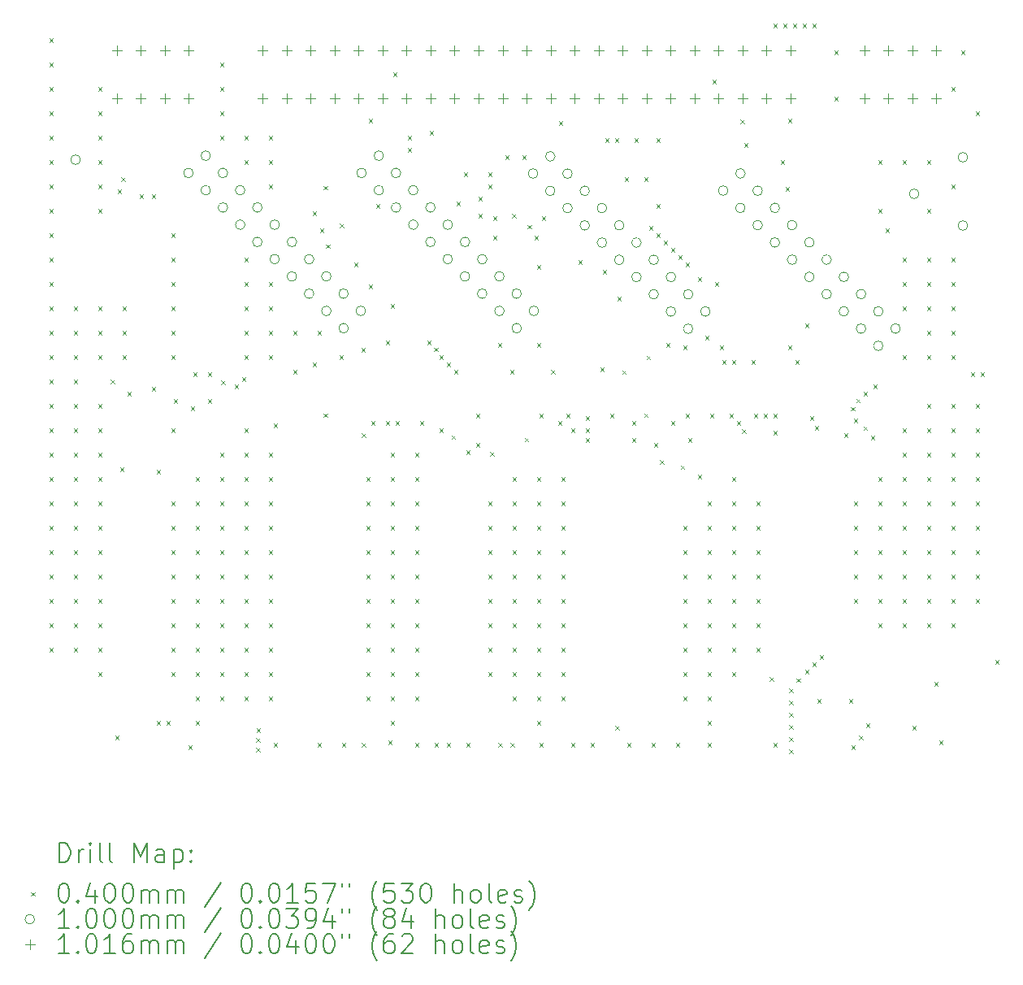
<source format=gbr>
%FSLAX45Y45*%
G04 Gerber Fmt 4.5, Leading zero omitted, Abs format (unit mm)*
G04 Created by KiCad (PCBNEW (6.0.6-1)-1) date 2022-07-24 16:47:32*
%MOMM*%
%LPD*%
G01*
G04 APERTURE LIST*
%ADD10C,0.200000*%
%ADD11C,0.040000*%
%ADD12C,0.100000*%
%ADD13C,0.101600*%
G04 APERTURE END LIST*
D10*
D11*
X10216200Y-7015800D02*
X10256200Y-7055800D01*
X10256200Y-7015800D02*
X10216200Y-7055800D01*
X10216200Y-7269800D02*
X10256200Y-7309800D01*
X10256200Y-7269800D02*
X10216200Y-7309800D01*
X10216200Y-7523800D02*
X10256200Y-7563800D01*
X10256200Y-7523800D02*
X10216200Y-7563800D01*
X10216200Y-7777800D02*
X10256200Y-7817800D01*
X10256200Y-7777800D02*
X10216200Y-7817800D01*
X10216200Y-8031800D02*
X10256200Y-8071800D01*
X10256200Y-8031800D02*
X10216200Y-8071800D01*
X10216200Y-8285800D02*
X10256200Y-8325800D01*
X10256200Y-8285800D02*
X10216200Y-8325800D01*
X10216200Y-8539800D02*
X10256200Y-8579800D01*
X10256200Y-8539800D02*
X10216200Y-8579800D01*
X10216200Y-8793800D02*
X10256200Y-8833800D01*
X10256200Y-8793800D02*
X10216200Y-8833800D01*
X10216200Y-9047800D02*
X10256200Y-9087800D01*
X10256200Y-9047800D02*
X10216200Y-9087800D01*
X10216200Y-9301800D02*
X10256200Y-9341800D01*
X10256200Y-9301800D02*
X10216200Y-9341800D01*
X10216200Y-9555800D02*
X10256200Y-9595800D01*
X10256200Y-9555800D02*
X10216200Y-9595800D01*
X10216200Y-9809800D02*
X10256200Y-9849800D01*
X10256200Y-9809800D02*
X10216200Y-9849800D01*
X10216200Y-10063800D02*
X10256200Y-10103800D01*
X10256200Y-10063800D02*
X10216200Y-10103800D01*
X10216200Y-10317800D02*
X10256200Y-10357800D01*
X10256200Y-10317800D02*
X10216200Y-10357800D01*
X10216200Y-10571800D02*
X10256200Y-10611800D01*
X10256200Y-10571800D02*
X10216200Y-10611800D01*
X10216200Y-10825800D02*
X10256200Y-10865800D01*
X10256200Y-10825800D02*
X10216200Y-10865800D01*
X10216200Y-11079800D02*
X10256200Y-11119800D01*
X10256200Y-11079800D02*
X10216200Y-11119800D01*
X10216200Y-11333800D02*
X10256200Y-11373800D01*
X10256200Y-11333800D02*
X10216200Y-11373800D01*
X10216200Y-11587800D02*
X10256200Y-11627800D01*
X10256200Y-11587800D02*
X10216200Y-11627800D01*
X10216200Y-11841800D02*
X10256200Y-11881800D01*
X10256200Y-11841800D02*
X10216200Y-11881800D01*
X10216200Y-12095800D02*
X10256200Y-12135800D01*
X10256200Y-12095800D02*
X10216200Y-12135800D01*
X10216200Y-12349800D02*
X10256200Y-12389800D01*
X10256200Y-12349800D02*
X10216200Y-12389800D01*
X10216200Y-12603800D02*
X10256200Y-12643800D01*
X10256200Y-12603800D02*
X10216200Y-12643800D01*
X10216200Y-12857800D02*
X10256200Y-12897800D01*
X10256200Y-12857800D02*
X10216200Y-12897800D01*
X10216200Y-13111800D02*
X10256200Y-13151800D01*
X10256200Y-13111800D02*
X10216200Y-13151800D01*
X10216200Y-13365800D02*
X10256200Y-13405800D01*
X10256200Y-13365800D02*
X10216200Y-13405800D01*
X10470200Y-9809800D02*
X10510200Y-9849800D01*
X10510200Y-9809800D02*
X10470200Y-9849800D01*
X10470200Y-10063800D02*
X10510200Y-10103800D01*
X10510200Y-10063800D02*
X10470200Y-10103800D01*
X10470200Y-10317800D02*
X10510200Y-10357800D01*
X10510200Y-10317800D02*
X10470200Y-10357800D01*
X10470200Y-10571800D02*
X10510200Y-10611800D01*
X10510200Y-10571800D02*
X10470200Y-10611800D01*
X10470200Y-10825800D02*
X10510200Y-10865800D01*
X10510200Y-10825800D02*
X10470200Y-10865800D01*
X10470200Y-11079800D02*
X10510200Y-11119800D01*
X10510200Y-11079800D02*
X10470200Y-11119800D01*
X10470200Y-11333800D02*
X10510200Y-11373800D01*
X10510200Y-11333800D02*
X10470200Y-11373800D01*
X10470200Y-11587800D02*
X10510200Y-11627800D01*
X10510200Y-11587800D02*
X10470200Y-11627800D01*
X10470200Y-11841800D02*
X10510200Y-11881800D01*
X10510200Y-11841800D02*
X10470200Y-11881800D01*
X10470200Y-12095800D02*
X10510200Y-12135800D01*
X10510200Y-12095800D02*
X10470200Y-12135800D01*
X10470200Y-12349800D02*
X10510200Y-12389800D01*
X10510200Y-12349800D02*
X10470200Y-12389800D01*
X10470200Y-12603800D02*
X10510200Y-12643800D01*
X10510200Y-12603800D02*
X10470200Y-12643800D01*
X10470200Y-12857800D02*
X10510200Y-12897800D01*
X10510200Y-12857800D02*
X10470200Y-12897800D01*
X10470200Y-13111800D02*
X10510200Y-13151800D01*
X10510200Y-13111800D02*
X10470200Y-13151800D01*
X10470200Y-13365800D02*
X10510200Y-13405800D01*
X10510200Y-13365800D02*
X10470200Y-13405800D01*
X10724200Y-7523800D02*
X10764200Y-7563800D01*
X10764200Y-7523800D02*
X10724200Y-7563800D01*
X10724200Y-7777800D02*
X10764200Y-7817800D01*
X10764200Y-7777800D02*
X10724200Y-7817800D01*
X10724200Y-8031800D02*
X10764200Y-8071800D01*
X10764200Y-8031800D02*
X10724200Y-8071800D01*
X10724200Y-8285800D02*
X10764200Y-8325800D01*
X10764200Y-8285800D02*
X10724200Y-8325800D01*
X10724200Y-8539800D02*
X10764200Y-8579800D01*
X10764200Y-8539800D02*
X10724200Y-8579800D01*
X10724200Y-8793800D02*
X10764200Y-8833800D01*
X10764200Y-8793800D02*
X10724200Y-8833800D01*
X10724200Y-9809800D02*
X10764200Y-9849800D01*
X10764200Y-9809800D02*
X10724200Y-9849800D01*
X10724200Y-10063800D02*
X10764200Y-10103800D01*
X10764200Y-10063800D02*
X10724200Y-10103800D01*
X10724200Y-10317800D02*
X10764200Y-10357800D01*
X10764200Y-10317800D02*
X10724200Y-10357800D01*
X10724200Y-10825800D02*
X10764200Y-10865800D01*
X10764200Y-10825800D02*
X10724200Y-10865800D01*
X10724200Y-11079800D02*
X10764200Y-11119800D01*
X10764200Y-11079800D02*
X10724200Y-11119800D01*
X10724200Y-11333800D02*
X10764200Y-11373800D01*
X10764200Y-11333800D02*
X10724200Y-11373800D01*
X10724200Y-11587800D02*
X10764200Y-11627800D01*
X10764200Y-11587800D02*
X10724200Y-11627800D01*
X10724200Y-11841800D02*
X10764200Y-11881800D01*
X10764200Y-11841800D02*
X10724200Y-11881800D01*
X10724200Y-12095800D02*
X10764200Y-12135800D01*
X10764200Y-12095800D02*
X10724200Y-12135800D01*
X10724200Y-12349800D02*
X10764200Y-12389800D01*
X10764200Y-12349800D02*
X10724200Y-12389800D01*
X10724200Y-12603800D02*
X10764200Y-12643800D01*
X10764200Y-12603800D02*
X10724200Y-12643800D01*
X10724200Y-12857800D02*
X10764200Y-12897800D01*
X10764200Y-12857800D02*
X10724200Y-12897800D01*
X10724200Y-13111800D02*
X10764200Y-13151800D01*
X10764200Y-13111800D02*
X10724200Y-13151800D01*
X10724200Y-13365800D02*
X10764200Y-13405800D01*
X10764200Y-13365800D02*
X10724200Y-13405800D01*
X10724200Y-13619800D02*
X10764200Y-13659800D01*
X10764200Y-13619800D02*
X10724200Y-13659800D01*
X10855850Y-10571800D02*
X10895850Y-10611800D01*
X10895850Y-10571800D02*
X10855850Y-10611800D01*
X10902000Y-14280200D02*
X10942000Y-14320200D01*
X10942000Y-14280200D02*
X10902000Y-14320200D01*
X10927400Y-8590600D02*
X10967400Y-8630600D01*
X10967400Y-8590600D02*
X10927400Y-8630600D01*
X10952800Y-11486200D02*
X10992800Y-11526200D01*
X10992800Y-11486200D02*
X10952800Y-11526200D01*
X10968050Y-8463600D02*
X11008050Y-8503600D01*
X11008050Y-8463600D02*
X10968050Y-8503600D01*
X10978200Y-9809800D02*
X11018200Y-9849800D01*
X11018200Y-9809800D02*
X10978200Y-9849800D01*
X10978200Y-10063800D02*
X11018200Y-10103800D01*
X11018200Y-10063800D02*
X10978200Y-10103800D01*
X10978200Y-10317800D02*
X11018200Y-10357800D01*
X11018200Y-10317800D02*
X10978200Y-10357800D01*
X11029000Y-10698800D02*
X11069000Y-10738800D01*
X11069000Y-10698800D02*
X11029000Y-10738800D01*
X11156000Y-8641400D02*
X11196000Y-8681400D01*
X11196000Y-8641400D02*
X11156000Y-8681400D01*
X11283000Y-8641400D02*
X11323000Y-8681400D01*
X11323000Y-8641400D02*
X11283000Y-8681400D01*
X11283000Y-10648000D02*
X11323000Y-10688000D01*
X11323000Y-10648000D02*
X11283000Y-10688000D01*
X11333800Y-11511600D02*
X11373800Y-11551600D01*
X11373800Y-11511600D02*
X11333800Y-11551600D01*
X11333800Y-14127800D02*
X11373800Y-14167800D01*
X11373800Y-14127800D02*
X11333800Y-14167800D01*
X11435400Y-14127800D02*
X11475400Y-14167800D01*
X11475400Y-14127800D02*
X11435400Y-14167800D01*
X11486200Y-9047800D02*
X11526200Y-9087800D01*
X11526200Y-9047800D02*
X11486200Y-9087800D01*
X11486200Y-9301800D02*
X11526200Y-9341800D01*
X11526200Y-9301800D02*
X11486200Y-9341800D01*
X11486200Y-9555800D02*
X11526200Y-9595800D01*
X11526200Y-9555800D02*
X11486200Y-9595800D01*
X11486200Y-9809800D02*
X11526200Y-9849800D01*
X11526200Y-9809800D02*
X11486200Y-9849800D01*
X11486200Y-10063800D02*
X11526200Y-10103800D01*
X11526200Y-10063800D02*
X11486200Y-10103800D01*
X11486200Y-10317800D02*
X11526200Y-10357800D01*
X11526200Y-10317800D02*
X11486200Y-10357800D01*
X11486200Y-11079800D02*
X11526200Y-11119800D01*
X11526200Y-11079800D02*
X11486200Y-11119800D01*
X11486200Y-11841800D02*
X11526200Y-11881800D01*
X11526200Y-11841800D02*
X11486200Y-11881800D01*
X11486200Y-12095800D02*
X11526200Y-12135800D01*
X11526200Y-12095800D02*
X11486200Y-12135800D01*
X11486200Y-12349800D02*
X11526200Y-12389800D01*
X11526200Y-12349800D02*
X11486200Y-12389800D01*
X11486200Y-12603800D02*
X11526200Y-12643800D01*
X11526200Y-12603800D02*
X11486200Y-12643800D01*
X11486200Y-12857800D02*
X11526200Y-12897800D01*
X11526200Y-12857800D02*
X11486200Y-12897800D01*
X11486200Y-13111800D02*
X11526200Y-13151800D01*
X11526200Y-13111800D02*
X11486200Y-13151800D01*
X11486200Y-13365800D02*
X11526200Y-13405800D01*
X11526200Y-13365800D02*
X11486200Y-13405800D01*
X11486200Y-13619800D02*
X11526200Y-13659800D01*
X11526200Y-13619800D02*
X11486200Y-13659800D01*
X11511600Y-10775000D02*
X11551600Y-10815000D01*
X11551600Y-10775000D02*
X11511600Y-10815000D01*
X11664000Y-14381800D02*
X11704000Y-14421800D01*
X11704000Y-14381800D02*
X11664000Y-14421800D01*
X11689400Y-10851200D02*
X11729400Y-10891200D01*
X11729400Y-10851200D02*
X11689400Y-10891200D01*
X11714800Y-10495600D02*
X11754800Y-10535600D01*
X11754800Y-10495600D02*
X11714800Y-10535600D01*
X11740200Y-11587800D02*
X11780200Y-11627800D01*
X11780200Y-11587800D02*
X11740200Y-11627800D01*
X11740200Y-11841800D02*
X11780200Y-11881800D01*
X11780200Y-11841800D02*
X11740200Y-11881800D01*
X11740200Y-12095800D02*
X11780200Y-12135800D01*
X11780200Y-12095800D02*
X11740200Y-12135800D01*
X11740200Y-12349800D02*
X11780200Y-12389800D01*
X11780200Y-12349800D02*
X11740200Y-12389800D01*
X11740200Y-12603800D02*
X11780200Y-12643800D01*
X11780200Y-12603800D02*
X11740200Y-12643800D01*
X11740200Y-12857800D02*
X11780200Y-12897800D01*
X11780200Y-12857800D02*
X11740200Y-12897800D01*
X11740200Y-13111800D02*
X11780200Y-13151800D01*
X11780200Y-13111800D02*
X11740200Y-13151800D01*
X11740200Y-13365800D02*
X11780200Y-13405800D01*
X11780200Y-13365800D02*
X11740200Y-13405800D01*
X11740200Y-13619800D02*
X11780200Y-13659800D01*
X11780200Y-13619800D02*
X11740200Y-13659800D01*
X11740200Y-13873800D02*
X11780200Y-13913800D01*
X11780200Y-13873800D02*
X11740200Y-13913800D01*
X11740200Y-14127800D02*
X11780200Y-14167800D01*
X11780200Y-14127800D02*
X11740200Y-14167800D01*
X11867200Y-10495600D02*
X11907200Y-10535600D01*
X11907200Y-10495600D02*
X11867200Y-10535600D01*
X11867200Y-10775000D02*
X11907200Y-10815000D01*
X11907200Y-10775000D02*
X11867200Y-10815000D01*
X11994200Y-7269800D02*
X12034200Y-7309800D01*
X12034200Y-7269800D02*
X11994200Y-7309800D01*
X11994200Y-7523800D02*
X12034200Y-7563800D01*
X12034200Y-7523800D02*
X11994200Y-7563800D01*
X11994200Y-7777800D02*
X12034200Y-7817800D01*
X12034200Y-7777800D02*
X11994200Y-7817800D01*
X11994200Y-8031800D02*
X12034200Y-8071800D01*
X12034200Y-8031800D02*
X11994200Y-8071800D01*
X11994200Y-11333800D02*
X12034200Y-11373800D01*
X12034200Y-11333800D02*
X11994200Y-11373800D01*
X11994200Y-11587800D02*
X12034200Y-11627800D01*
X12034200Y-11587800D02*
X11994200Y-11627800D01*
X11994200Y-11841800D02*
X12034200Y-11881800D01*
X12034200Y-11841800D02*
X11994200Y-11881800D01*
X11994200Y-12095800D02*
X12034200Y-12135800D01*
X12034200Y-12095800D02*
X11994200Y-12135800D01*
X11994200Y-12349800D02*
X12034200Y-12389800D01*
X12034200Y-12349800D02*
X11994200Y-12389800D01*
X11994200Y-12603800D02*
X12034200Y-12643800D01*
X12034200Y-12603800D02*
X11994200Y-12643800D01*
X11994200Y-12857800D02*
X12034200Y-12897800D01*
X12034200Y-12857800D02*
X11994200Y-12897800D01*
X11994200Y-13111800D02*
X12034200Y-13151800D01*
X12034200Y-13111800D02*
X11994200Y-13151800D01*
X11994200Y-13365800D02*
X12034200Y-13405800D01*
X12034200Y-13365800D02*
X11994200Y-13405800D01*
X11994200Y-13619800D02*
X12034200Y-13659800D01*
X12034200Y-13619800D02*
X11994200Y-13659800D01*
X11994200Y-13873800D02*
X12034200Y-13913800D01*
X12034200Y-13873800D02*
X11994200Y-13913800D01*
X12005599Y-10578801D02*
X12045599Y-10618801D01*
X12045599Y-10578801D02*
X12005599Y-10618801D01*
X12146600Y-10622600D02*
X12186600Y-10662600D01*
X12186600Y-10622600D02*
X12146600Y-10662600D01*
X12222800Y-10546400D02*
X12262800Y-10586400D01*
X12262800Y-10546400D02*
X12222800Y-10586400D01*
X12248200Y-8031800D02*
X12288200Y-8071800D01*
X12288200Y-8031800D02*
X12248200Y-8071800D01*
X12248200Y-8285800D02*
X12288200Y-8325800D01*
X12288200Y-8285800D02*
X12248200Y-8325800D01*
X12248200Y-9301800D02*
X12288200Y-9341800D01*
X12288200Y-9301800D02*
X12248200Y-9341800D01*
X12248200Y-9555800D02*
X12288200Y-9595800D01*
X12288200Y-9555800D02*
X12248200Y-9595800D01*
X12248200Y-9809800D02*
X12288200Y-9849800D01*
X12288200Y-9809800D02*
X12248200Y-9849800D01*
X12248200Y-10063800D02*
X12288200Y-10103800D01*
X12288200Y-10063800D02*
X12248200Y-10103800D01*
X12248200Y-10317800D02*
X12288200Y-10357800D01*
X12288200Y-10317800D02*
X12248200Y-10357800D01*
X12248200Y-11079800D02*
X12288200Y-11119800D01*
X12288200Y-11079800D02*
X12248200Y-11119800D01*
X12248200Y-11333800D02*
X12288200Y-11373800D01*
X12288200Y-11333800D02*
X12248200Y-11373800D01*
X12248200Y-11587800D02*
X12288200Y-11627800D01*
X12288200Y-11587800D02*
X12248200Y-11627800D01*
X12248200Y-11841800D02*
X12288200Y-11881800D01*
X12288200Y-11841800D02*
X12248200Y-11881800D01*
X12248200Y-12095800D02*
X12288200Y-12135800D01*
X12288200Y-12095800D02*
X12248200Y-12135800D01*
X12248200Y-12349800D02*
X12288200Y-12389800D01*
X12288200Y-12349800D02*
X12248200Y-12389800D01*
X12248200Y-12603800D02*
X12288200Y-12643800D01*
X12288200Y-12603800D02*
X12248200Y-12643800D01*
X12248200Y-12857800D02*
X12288200Y-12897800D01*
X12288200Y-12857800D02*
X12248200Y-12897800D01*
X12248200Y-13111800D02*
X12288200Y-13151800D01*
X12288200Y-13111800D02*
X12248200Y-13151800D01*
X12248200Y-13365800D02*
X12288200Y-13405800D01*
X12288200Y-13365800D02*
X12248200Y-13405800D01*
X12248200Y-13619800D02*
X12288200Y-13659800D01*
X12288200Y-13619800D02*
X12248200Y-13659800D01*
X12248200Y-13873800D02*
X12288200Y-13913800D01*
X12288200Y-13873800D02*
X12248200Y-13913800D01*
X12373000Y-14307800D02*
X12413000Y-14347800D01*
X12413000Y-14307800D02*
X12373000Y-14347800D01*
X12373000Y-14409400D02*
X12413000Y-14449400D01*
X12413000Y-14409400D02*
X12373000Y-14449400D01*
X12375200Y-14204000D02*
X12415200Y-14244000D01*
X12415200Y-14204000D02*
X12375200Y-14244000D01*
X12502200Y-8031800D02*
X12542200Y-8071800D01*
X12542200Y-8031800D02*
X12502200Y-8071800D01*
X12502200Y-8285800D02*
X12542200Y-8325800D01*
X12542200Y-8285800D02*
X12502200Y-8325800D01*
X12502200Y-8539800D02*
X12542200Y-8579800D01*
X12542200Y-8539800D02*
X12502200Y-8579800D01*
X12502200Y-9555800D02*
X12542200Y-9595800D01*
X12542200Y-9555800D02*
X12502200Y-9595800D01*
X12502200Y-9809800D02*
X12542200Y-9849800D01*
X12542200Y-9809800D02*
X12502200Y-9849800D01*
X12502200Y-10063800D02*
X12542200Y-10103800D01*
X12542200Y-10063800D02*
X12502200Y-10103800D01*
X12502200Y-10317800D02*
X12542200Y-10357800D01*
X12542200Y-10317800D02*
X12502200Y-10357800D01*
X12502200Y-11333800D02*
X12542200Y-11373800D01*
X12542200Y-11333800D02*
X12502200Y-11373800D01*
X12502200Y-11587800D02*
X12542200Y-11627800D01*
X12542200Y-11587800D02*
X12502200Y-11627800D01*
X12502200Y-11841800D02*
X12542200Y-11881800D01*
X12542200Y-11841800D02*
X12502200Y-11881800D01*
X12502200Y-12095800D02*
X12542200Y-12135800D01*
X12542200Y-12095800D02*
X12502200Y-12135800D01*
X12502200Y-12349800D02*
X12542200Y-12389800D01*
X12542200Y-12349800D02*
X12502200Y-12389800D01*
X12502200Y-12603800D02*
X12542200Y-12643800D01*
X12542200Y-12603800D02*
X12502200Y-12643800D01*
X12502200Y-12857800D02*
X12542200Y-12897800D01*
X12542200Y-12857800D02*
X12502200Y-12897800D01*
X12502200Y-13111800D02*
X12542200Y-13151800D01*
X12542200Y-13111800D02*
X12502200Y-13151800D01*
X12502200Y-13365800D02*
X12542200Y-13405800D01*
X12542200Y-13365800D02*
X12502200Y-13405800D01*
X12502200Y-13619800D02*
X12542200Y-13659800D01*
X12542200Y-13619800D02*
X12502200Y-13659800D01*
X12502200Y-13873800D02*
X12542200Y-13913800D01*
X12542200Y-13873800D02*
X12502200Y-13913800D01*
X12553000Y-11029000D02*
X12593000Y-11069000D01*
X12593000Y-11029000D02*
X12553000Y-11069000D01*
X12553000Y-14356400D02*
X12593000Y-14396400D01*
X12593000Y-14356400D02*
X12553000Y-14396400D01*
X12756200Y-10063800D02*
X12796200Y-10103800D01*
X12796200Y-10063800D02*
X12756200Y-10103800D01*
X12756200Y-10470200D02*
X12796200Y-10510200D01*
X12796200Y-10470200D02*
X12756200Y-10510200D01*
X12959400Y-8819200D02*
X12999400Y-8859200D01*
X12999400Y-8819200D02*
X12959400Y-8859200D01*
X12959400Y-10394000D02*
X12999400Y-10434000D01*
X12999400Y-10394000D02*
X12959400Y-10434000D01*
X13010200Y-10063800D02*
X13050200Y-10103800D01*
X13050200Y-10063800D02*
X13010200Y-10103800D01*
X13010200Y-14356400D02*
X13050200Y-14396400D01*
X13050200Y-14356400D02*
X13010200Y-14396400D01*
X13035170Y-8997430D02*
X13075170Y-9037430D01*
X13075170Y-8997430D02*
X13035170Y-9037430D01*
X13074130Y-8552070D02*
X13114130Y-8592070D01*
X13114130Y-8552070D02*
X13074130Y-8592070D01*
X13075550Y-10923650D02*
X13115550Y-10963650D01*
X13115550Y-10923650D02*
X13075550Y-10963650D01*
X13098240Y-9162960D02*
X13138240Y-9202960D01*
X13138240Y-9162960D02*
X13098240Y-9202960D01*
X13238800Y-10317800D02*
X13278800Y-10357800D01*
X13278800Y-10317800D02*
X13238800Y-10357800D01*
X13241650Y-8946200D02*
X13281650Y-8986200D01*
X13281650Y-8946200D02*
X13241650Y-8986200D01*
X13264200Y-14356400D02*
X13304200Y-14396400D01*
X13304200Y-14356400D02*
X13264200Y-14396400D01*
X13391630Y-9352170D02*
X13431630Y-9392170D01*
X13431630Y-9352170D02*
X13391630Y-9392170D01*
X13467400Y-10241600D02*
X13507400Y-10281600D01*
X13507400Y-10241600D02*
X13467400Y-10281600D01*
X13470450Y-11130600D02*
X13510450Y-11170600D01*
X13510450Y-11130600D02*
X13470450Y-11170600D01*
X13470450Y-14356400D02*
X13510450Y-14396400D01*
X13510450Y-14356400D02*
X13470450Y-14396400D01*
X13518200Y-11587800D02*
X13558200Y-11627800D01*
X13558200Y-11587800D02*
X13518200Y-11627800D01*
X13518200Y-11841800D02*
X13558200Y-11881800D01*
X13558200Y-11841800D02*
X13518200Y-11881800D01*
X13518200Y-12095800D02*
X13558200Y-12135800D01*
X13558200Y-12095800D02*
X13518200Y-12135800D01*
X13518200Y-12349800D02*
X13558200Y-12389800D01*
X13558200Y-12349800D02*
X13518200Y-12389800D01*
X13518200Y-12603800D02*
X13558200Y-12643800D01*
X13558200Y-12603800D02*
X13518200Y-12643800D01*
X13518200Y-12857800D02*
X13558200Y-12897800D01*
X13558200Y-12857800D02*
X13518200Y-12897800D01*
X13518200Y-13111800D02*
X13558200Y-13151800D01*
X13558200Y-13111800D02*
X13518200Y-13151800D01*
X13518200Y-13365800D02*
X13558200Y-13405800D01*
X13558200Y-13365800D02*
X13518200Y-13405800D01*
X13518200Y-13619800D02*
X13558200Y-13659800D01*
X13558200Y-13619800D02*
X13518200Y-13659800D01*
X13518200Y-13873800D02*
X13558200Y-13913800D01*
X13558200Y-13873800D02*
X13518200Y-13913800D01*
X13543600Y-7854000D02*
X13583600Y-7894000D01*
X13583600Y-7854000D02*
X13543600Y-7894000D01*
X13543600Y-9581200D02*
X13583600Y-9621200D01*
X13583600Y-9581200D02*
X13543600Y-9621200D01*
X13569000Y-11003600D02*
X13609000Y-11043600D01*
X13609000Y-11003600D02*
X13569000Y-11043600D01*
X13618609Y-8743000D02*
X13658609Y-8783000D01*
X13658609Y-8743000D02*
X13618609Y-8783000D01*
X13721400Y-10165400D02*
X13761400Y-10205400D01*
X13761400Y-10165400D02*
X13721400Y-10205400D01*
X13721400Y-11003600D02*
X13761400Y-11043600D01*
X13761400Y-11003600D02*
X13721400Y-11043600D01*
X13746800Y-14331000D02*
X13786800Y-14371000D01*
X13786800Y-14331000D02*
X13746800Y-14371000D01*
X13772200Y-9784400D02*
X13812200Y-9824400D01*
X13812200Y-9784400D02*
X13772200Y-9824400D01*
X13772200Y-11333800D02*
X13812200Y-11373800D01*
X13812200Y-11333800D02*
X13772200Y-11373800D01*
X13772200Y-11587800D02*
X13812200Y-11627800D01*
X13812200Y-11587800D02*
X13772200Y-11627800D01*
X13772200Y-11841800D02*
X13812200Y-11881800D01*
X13812200Y-11841800D02*
X13772200Y-11881800D01*
X13772200Y-12095800D02*
X13812200Y-12135800D01*
X13812200Y-12095800D02*
X13772200Y-12135800D01*
X13772200Y-12349800D02*
X13812200Y-12389800D01*
X13812200Y-12349800D02*
X13772200Y-12389800D01*
X13772200Y-12603800D02*
X13812200Y-12643800D01*
X13812200Y-12603800D02*
X13772200Y-12643800D01*
X13772200Y-12857800D02*
X13812200Y-12897800D01*
X13812200Y-12857800D02*
X13772200Y-12897800D01*
X13772200Y-13111800D02*
X13812200Y-13151800D01*
X13812200Y-13111800D02*
X13772200Y-13151800D01*
X13772200Y-13365800D02*
X13812200Y-13405800D01*
X13812200Y-13365800D02*
X13772200Y-13405800D01*
X13772200Y-13619800D02*
X13812200Y-13659800D01*
X13812200Y-13619800D02*
X13772200Y-13659800D01*
X13772200Y-13873800D02*
X13812200Y-13913800D01*
X13812200Y-13873800D02*
X13772200Y-13913800D01*
X13772200Y-14127800D02*
X13812200Y-14167800D01*
X13812200Y-14127800D02*
X13772200Y-14167800D01*
X13797600Y-7371400D02*
X13837600Y-7411400D01*
X13837600Y-7371400D02*
X13797600Y-7411400D01*
X13823050Y-11003600D02*
X13863050Y-11043600D01*
X13863050Y-11003600D02*
X13823050Y-11043600D01*
X13950000Y-8031800D02*
X13990000Y-8071800D01*
X13990000Y-8031800D02*
X13950000Y-8071800D01*
X13950000Y-8158800D02*
X13990000Y-8198800D01*
X13990000Y-8158800D02*
X13950000Y-8198800D01*
X14026200Y-11333800D02*
X14066200Y-11373800D01*
X14066200Y-11333800D02*
X14026200Y-11373800D01*
X14026200Y-11587800D02*
X14066200Y-11627800D01*
X14066200Y-11587800D02*
X14026200Y-11627800D01*
X14026200Y-11841800D02*
X14066200Y-11881800D01*
X14066200Y-11841800D02*
X14026200Y-11881800D01*
X14026200Y-12095800D02*
X14066200Y-12135800D01*
X14066200Y-12095800D02*
X14026200Y-12135800D01*
X14026200Y-12349800D02*
X14066200Y-12389800D01*
X14066200Y-12349800D02*
X14026200Y-12389800D01*
X14026200Y-12603800D02*
X14066200Y-12643800D01*
X14066200Y-12603800D02*
X14026200Y-12643800D01*
X14026200Y-12857800D02*
X14066200Y-12897800D01*
X14066200Y-12857800D02*
X14026200Y-12897800D01*
X14026200Y-13111800D02*
X14066200Y-13151800D01*
X14066200Y-13111800D02*
X14026200Y-13151800D01*
X14026200Y-13365800D02*
X14066200Y-13405800D01*
X14066200Y-13365800D02*
X14026200Y-13405800D01*
X14026200Y-13619800D02*
X14066200Y-13659800D01*
X14066200Y-13619800D02*
X14026200Y-13659800D01*
X14026200Y-13873800D02*
X14066200Y-13913800D01*
X14066200Y-13873800D02*
X14026200Y-13913800D01*
X14026200Y-14356400D02*
X14066200Y-14396400D01*
X14066200Y-14356400D02*
X14026200Y-14396400D01*
X14075550Y-11003600D02*
X14115550Y-11043600D01*
X14115550Y-11003600D02*
X14075550Y-11043600D01*
X14152936Y-10165127D02*
X14192936Y-10205127D01*
X14192936Y-10165127D02*
X14152936Y-10205127D01*
X14178600Y-7981000D02*
X14218600Y-8021000D01*
X14218600Y-7981000D02*
X14178600Y-8021000D01*
X14222436Y-10236958D02*
X14262436Y-10276958D01*
X14262436Y-10236958D02*
X14222436Y-10276958D01*
X14229400Y-14356400D02*
X14269400Y-14396400D01*
X14269400Y-14356400D02*
X14229400Y-14396400D01*
X14280200Y-11079800D02*
X14320200Y-11119800D01*
X14320200Y-11079800D02*
X14280200Y-11119800D01*
X14280544Y-10318281D02*
X14320544Y-10358281D01*
X14320544Y-10318281D02*
X14280544Y-10358281D01*
X14356400Y-10394000D02*
X14396400Y-10434000D01*
X14396400Y-10394000D02*
X14356400Y-10434000D01*
X14356400Y-14356400D02*
X14396400Y-14396400D01*
X14396400Y-14356400D02*
X14356400Y-14396400D01*
X14407200Y-11152250D02*
X14447200Y-11192250D01*
X14447200Y-11152250D02*
X14407200Y-11192250D01*
X14432600Y-10470200D02*
X14472600Y-10510200D01*
X14472600Y-10470200D02*
X14432600Y-10510200D01*
X14458000Y-8717600D02*
X14498000Y-8757600D01*
X14498000Y-8717600D02*
X14458000Y-8757600D01*
X14534200Y-8412800D02*
X14574200Y-8452800D01*
X14574200Y-8412800D02*
X14534200Y-8452800D01*
X14559600Y-11308400D02*
X14599600Y-11348400D01*
X14599600Y-11308400D02*
X14559600Y-11348400D01*
X14559600Y-14356400D02*
X14599600Y-14396400D01*
X14599600Y-14356400D02*
X14559600Y-14396400D01*
X14661200Y-10927400D02*
X14701200Y-10967400D01*
X14701200Y-10927400D02*
X14661200Y-10967400D01*
X14661200Y-11232200D02*
X14701200Y-11272200D01*
X14701200Y-11232200D02*
X14661200Y-11272200D01*
X14686600Y-8666800D02*
X14726600Y-8706800D01*
X14726600Y-8666800D02*
X14686600Y-8706800D01*
X14686600Y-8844600D02*
X14726600Y-8884600D01*
X14726600Y-8844600D02*
X14686600Y-8884600D01*
X14788200Y-8412800D02*
X14828200Y-8452800D01*
X14828200Y-8412800D02*
X14788200Y-8452800D01*
X14788200Y-8539800D02*
X14828200Y-8579800D01*
X14828200Y-8539800D02*
X14788200Y-8579800D01*
X14788200Y-11841800D02*
X14828200Y-11881800D01*
X14828200Y-11841800D02*
X14788200Y-11881800D01*
X14788200Y-12095800D02*
X14828200Y-12135800D01*
X14828200Y-12095800D02*
X14788200Y-12135800D01*
X14788200Y-12349800D02*
X14828200Y-12389800D01*
X14828200Y-12349800D02*
X14788200Y-12389800D01*
X14788200Y-12603800D02*
X14828200Y-12643800D01*
X14828200Y-12603800D02*
X14788200Y-12643800D01*
X14788200Y-12857800D02*
X14828200Y-12897800D01*
X14828200Y-12857800D02*
X14788200Y-12897800D01*
X14788200Y-13111800D02*
X14828200Y-13151800D01*
X14828200Y-13111800D02*
X14788200Y-13151800D01*
X14788200Y-13365800D02*
X14828200Y-13405800D01*
X14828200Y-13365800D02*
X14788200Y-13405800D01*
X14788200Y-13619800D02*
X14828200Y-13659800D01*
X14828200Y-13619800D02*
X14788200Y-13659800D01*
X14810664Y-11324521D02*
X14850664Y-11364521D01*
X14850664Y-11324521D02*
X14810664Y-11364521D01*
X14839000Y-8870000D02*
X14879000Y-8910000D01*
X14879000Y-8870000D02*
X14839000Y-8910000D01*
X14839000Y-9073200D02*
X14879000Y-9113200D01*
X14879000Y-9073200D02*
X14839000Y-9113200D01*
X14889800Y-10190800D02*
X14929800Y-10230800D01*
X14929800Y-10190800D02*
X14889800Y-10230800D01*
X14892180Y-14354020D02*
X14932180Y-14394020D01*
X14932180Y-14354020D02*
X14892180Y-14394020D01*
X14966000Y-8235000D02*
X15006000Y-8275000D01*
X15006000Y-8235000D02*
X14966000Y-8275000D01*
X15016800Y-10470200D02*
X15056800Y-10510200D01*
X15056800Y-10470200D02*
X15016800Y-10510200D01*
X15020550Y-14356400D02*
X15060550Y-14396400D01*
X15060550Y-14356400D02*
X15020550Y-14396400D01*
X15038450Y-8844600D02*
X15078450Y-8884600D01*
X15078450Y-8844600D02*
X15038450Y-8884600D01*
X15042200Y-11587800D02*
X15082200Y-11627800D01*
X15082200Y-11587800D02*
X15042200Y-11627800D01*
X15042200Y-11841800D02*
X15082200Y-11881800D01*
X15082200Y-11841800D02*
X15042200Y-11881800D01*
X15042200Y-12095800D02*
X15082200Y-12135800D01*
X15082200Y-12095800D02*
X15042200Y-12135800D01*
X15042200Y-12349800D02*
X15082200Y-12389800D01*
X15082200Y-12349800D02*
X15042200Y-12389800D01*
X15042200Y-12603800D02*
X15082200Y-12643800D01*
X15082200Y-12603800D02*
X15042200Y-12643800D01*
X15042200Y-12857800D02*
X15082200Y-12897800D01*
X15082200Y-12857800D02*
X15042200Y-12897800D01*
X15042200Y-13111800D02*
X15082200Y-13151800D01*
X15082200Y-13111800D02*
X15042200Y-13151800D01*
X15042200Y-13365800D02*
X15082200Y-13405800D01*
X15082200Y-13365800D02*
X15042200Y-13405800D01*
X15042200Y-13619800D02*
X15082200Y-13659800D01*
X15082200Y-13619800D02*
X15042200Y-13659800D01*
X15042200Y-13873800D02*
X15082200Y-13913800D01*
X15082200Y-13873800D02*
X15042200Y-13913800D01*
X15143800Y-8235000D02*
X15183800Y-8275000D01*
X15183800Y-8235000D02*
X15143800Y-8275000D01*
X15169200Y-11177650D02*
X15209200Y-11217650D01*
X15209200Y-11177650D02*
X15169200Y-11217650D01*
X15197112Y-8957904D02*
X15237112Y-8997904D01*
X15237112Y-8957904D02*
X15197112Y-8997904D01*
X15270800Y-9073200D02*
X15310800Y-9113200D01*
X15310800Y-9073200D02*
X15270800Y-9113200D01*
X15296200Y-9378000D02*
X15336200Y-9418000D01*
X15336200Y-9378000D02*
X15296200Y-9418000D01*
X15296200Y-10190800D02*
X15336200Y-10230800D01*
X15336200Y-10190800D02*
X15296200Y-10230800D01*
X15296200Y-11587800D02*
X15336200Y-11627800D01*
X15336200Y-11587800D02*
X15296200Y-11627800D01*
X15296200Y-11841800D02*
X15336200Y-11881800D01*
X15336200Y-11841800D02*
X15296200Y-11881800D01*
X15296200Y-12095800D02*
X15336200Y-12135800D01*
X15336200Y-12095800D02*
X15296200Y-12135800D01*
X15296200Y-12349800D02*
X15336200Y-12389800D01*
X15336200Y-12349800D02*
X15296200Y-12389800D01*
X15296200Y-12603800D02*
X15336200Y-12643800D01*
X15336200Y-12603800D02*
X15296200Y-12643800D01*
X15296200Y-12857800D02*
X15336200Y-12897800D01*
X15336200Y-12857800D02*
X15296200Y-12897800D01*
X15296200Y-13111800D02*
X15336200Y-13151800D01*
X15336200Y-13111800D02*
X15296200Y-13151800D01*
X15296200Y-13365800D02*
X15336200Y-13405800D01*
X15336200Y-13365800D02*
X15296200Y-13405800D01*
X15296200Y-13619800D02*
X15336200Y-13659800D01*
X15336200Y-13619800D02*
X15296200Y-13659800D01*
X15296200Y-13873800D02*
X15336200Y-13913800D01*
X15336200Y-13873800D02*
X15296200Y-13913800D01*
X15296200Y-14127800D02*
X15336200Y-14167800D01*
X15336200Y-14127800D02*
X15296200Y-14167800D01*
X15321600Y-10927400D02*
X15361600Y-10967400D01*
X15361600Y-10927400D02*
X15321600Y-10967400D01*
X15321600Y-14356400D02*
X15361600Y-14396400D01*
X15361600Y-14356400D02*
X15321600Y-14396400D01*
X15347000Y-8870000D02*
X15387000Y-8910000D01*
X15387000Y-8870000D02*
X15347000Y-8910000D01*
X15444350Y-10470200D02*
X15484350Y-10510200D01*
X15484350Y-10470200D02*
X15444350Y-10510200D01*
X15515558Y-11003600D02*
X15555558Y-11043600D01*
X15555558Y-11003600D02*
X15515558Y-11043600D01*
X15524800Y-7879400D02*
X15564800Y-7919400D01*
X15564800Y-7879400D02*
X15524800Y-7919400D01*
X15550200Y-11587800D02*
X15590200Y-11627800D01*
X15590200Y-11587800D02*
X15550200Y-11627800D01*
X15550200Y-11841800D02*
X15590200Y-11881800D01*
X15590200Y-11841800D02*
X15550200Y-11881800D01*
X15550200Y-12095800D02*
X15590200Y-12135800D01*
X15590200Y-12095800D02*
X15550200Y-12135800D01*
X15550200Y-12349800D02*
X15590200Y-12389800D01*
X15590200Y-12349800D02*
X15550200Y-12389800D01*
X15550200Y-12603800D02*
X15590200Y-12643800D01*
X15590200Y-12603800D02*
X15550200Y-12643800D01*
X15550200Y-12857800D02*
X15590200Y-12897800D01*
X15590200Y-12857800D02*
X15550200Y-12897800D01*
X15550200Y-13111800D02*
X15590200Y-13151800D01*
X15590200Y-13111800D02*
X15550200Y-13151800D01*
X15550200Y-13365800D02*
X15590200Y-13405800D01*
X15590200Y-13365800D02*
X15550200Y-13405800D01*
X15550200Y-13619800D02*
X15590200Y-13659800D01*
X15590200Y-13619800D02*
X15550200Y-13659800D01*
X15550200Y-13873800D02*
X15590200Y-13913800D01*
X15590200Y-13873800D02*
X15550200Y-13913800D01*
X15601000Y-10927400D02*
X15641000Y-10967400D01*
X15641000Y-10927400D02*
X15601000Y-10967400D01*
X15651800Y-14356400D02*
X15691800Y-14396400D01*
X15691800Y-14356400D02*
X15651800Y-14396400D01*
X15652230Y-11080230D02*
X15692230Y-11120230D01*
X15692230Y-11080230D02*
X15652230Y-11120230D01*
X15728000Y-9327200D02*
X15768000Y-9367200D01*
X15768000Y-9327200D02*
X15728000Y-9367200D01*
X15804200Y-10952800D02*
X15844200Y-10992800D01*
X15844200Y-10952800D02*
X15804200Y-10992800D01*
X15804200Y-11079800D02*
X15844200Y-11119800D01*
X15844200Y-11079800D02*
X15804200Y-11119800D01*
X15804200Y-11181400D02*
X15844200Y-11221400D01*
X15844200Y-11181400D02*
X15804200Y-11221400D01*
X15855000Y-14356400D02*
X15895000Y-14396400D01*
X15895000Y-14356400D02*
X15855000Y-14396400D01*
X15956600Y-10444800D02*
X15996600Y-10484800D01*
X15996600Y-10444800D02*
X15956600Y-10484800D01*
X15982000Y-9428800D02*
X16022000Y-9468800D01*
X16022000Y-9428800D02*
X15982000Y-9468800D01*
X16007400Y-8057200D02*
X16047400Y-8097200D01*
X16047400Y-8057200D02*
X16007400Y-8097200D01*
X16058200Y-10927400D02*
X16098200Y-10967400D01*
X16098200Y-10927400D02*
X16058200Y-10967400D01*
X16109000Y-8057200D02*
X16149000Y-8097200D01*
X16149000Y-8057200D02*
X16109000Y-8097200D01*
X16112750Y-14178600D02*
X16152750Y-14218600D01*
X16152750Y-14178600D02*
X16112750Y-14218600D01*
X16134400Y-9708200D02*
X16174400Y-9748200D01*
X16174400Y-9708200D02*
X16134400Y-9748200D01*
X16185200Y-10473950D02*
X16225200Y-10513950D01*
X16225200Y-10473950D02*
X16185200Y-10513950D01*
X16210170Y-8464030D02*
X16250170Y-8504030D01*
X16250170Y-8464030D02*
X16210170Y-8504030D01*
X16236000Y-14356400D02*
X16276000Y-14396400D01*
X16276000Y-14356400D02*
X16236000Y-14396400D01*
X16286370Y-11004030D02*
X16326370Y-11044030D01*
X16326370Y-11004030D02*
X16286370Y-11044030D01*
X16286800Y-11181400D02*
X16326800Y-11221400D01*
X16326800Y-11181400D02*
X16286800Y-11221400D01*
X16312200Y-8057200D02*
X16352200Y-8097200D01*
X16352200Y-8057200D02*
X16312200Y-8097200D01*
X16413370Y-8464030D02*
X16453370Y-8504030D01*
X16453370Y-8464030D02*
X16413370Y-8504030D01*
X16413800Y-10923650D02*
X16453800Y-10963650D01*
X16453800Y-10923650D02*
X16413800Y-10963650D01*
X16439200Y-10321550D02*
X16479200Y-10361550D01*
X16479200Y-10321550D02*
X16439200Y-10361550D01*
X16464600Y-8971600D02*
X16504600Y-9011600D01*
X16504600Y-8971600D02*
X16464600Y-9011600D01*
X16490000Y-14356400D02*
X16530000Y-14396400D01*
X16530000Y-14356400D02*
X16490000Y-14396400D01*
X16514830Y-11232769D02*
X16554830Y-11272769D01*
X16554830Y-11232769D02*
X16514830Y-11272769D01*
X16540800Y-8057200D02*
X16580800Y-8097200D01*
X16580800Y-8057200D02*
X16540800Y-8097200D01*
X16540800Y-8743000D02*
X16580800Y-8783000D01*
X16580800Y-8743000D02*
X16540800Y-8783000D01*
X16540800Y-9047800D02*
X16580800Y-9087800D01*
X16580800Y-9047800D02*
X16540800Y-9087800D01*
X16575550Y-11410000D02*
X16615550Y-11450000D01*
X16615550Y-11410000D02*
X16575550Y-11450000D01*
X16617000Y-9124000D02*
X16657000Y-9164000D01*
X16657000Y-9124000D02*
X16617000Y-9164000D01*
X16642400Y-10190800D02*
X16682400Y-10230800D01*
X16682400Y-10190800D02*
X16642400Y-10230800D01*
X16693200Y-9200200D02*
X16733200Y-9240200D01*
X16733200Y-9200200D02*
X16693200Y-9240200D01*
X16693200Y-11003600D02*
X16733200Y-11043600D01*
X16733200Y-11003600D02*
X16693200Y-11043600D01*
X16744000Y-14356400D02*
X16784000Y-14396400D01*
X16784000Y-14356400D02*
X16744000Y-14396400D01*
X16769400Y-9276400D02*
X16809400Y-9316400D01*
X16809400Y-9276400D02*
X16769400Y-9316400D01*
X16794800Y-11465050D02*
X16834800Y-11505050D01*
X16834800Y-11465050D02*
X16794800Y-11505050D01*
X16820200Y-10216200D02*
X16860200Y-10256200D01*
X16860200Y-10216200D02*
X16820200Y-10256200D01*
X16820200Y-12095800D02*
X16860200Y-12135800D01*
X16860200Y-12095800D02*
X16820200Y-12135800D01*
X16820200Y-12349800D02*
X16860200Y-12389800D01*
X16860200Y-12349800D02*
X16820200Y-12389800D01*
X16820200Y-12603800D02*
X16860200Y-12643800D01*
X16860200Y-12603800D02*
X16820200Y-12643800D01*
X16820200Y-12857800D02*
X16860200Y-12897800D01*
X16860200Y-12857800D02*
X16820200Y-12897800D01*
X16820200Y-13111800D02*
X16860200Y-13151800D01*
X16860200Y-13111800D02*
X16820200Y-13151800D01*
X16820200Y-13365800D02*
X16860200Y-13405800D01*
X16860200Y-13365800D02*
X16820200Y-13405800D01*
X16820200Y-13619800D02*
X16860200Y-13659800D01*
X16860200Y-13619800D02*
X16820200Y-13659800D01*
X16820200Y-13873800D02*
X16860200Y-13913800D01*
X16860200Y-13873800D02*
X16820200Y-13913800D01*
X16845600Y-9352600D02*
X16885600Y-9392600D01*
X16885600Y-9352600D02*
X16845600Y-9392600D01*
X16845600Y-10927400D02*
X16885600Y-10967400D01*
X16885600Y-10927400D02*
X16845600Y-10967400D01*
X16871000Y-11181400D02*
X16911000Y-11221400D01*
X16911000Y-11181400D02*
X16871000Y-11221400D01*
X16972600Y-9505000D02*
X17012600Y-9545000D01*
X17012600Y-9505000D02*
X16972600Y-9545000D01*
X16972600Y-11562400D02*
X17012600Y-11602400D01*
X17012600Y-11562400D02*
X16972600Y-11602400D01*
X17048800Y-10114600D02*
X17088800Y-10154600D01*
X17088800Y-10114600D02*
X17048800Y-10154600D01*
X17074200Y-11841800D02*
X17114200Y-11881800D01*
X17114200Y-11841800D02*
X17074200Y-11881800D01*
X17074200Y-12095800D02*
X17114200Y-12135800D01*
X17114200Y-12095800D02*
X17074200Y-12135800D01*
X17074200Y-12349800D02*
X17114200Y-12389800D01*
X17114200Y-12349800D02*
X17074200Y-12389800D01*
X17074200Y-12603800D02*
X17114200Y-12643800D01*
X17114200Y-12603800D02*
X17074200Y-12643800D01*
X17074200Y-12857800D02*
X17114200Y-12897800D01*
X17114200Y-12857800D02*
X17074200Y-12897800D01*
X17074200Y-13111800D02*
X17114200Y-13151800D01*
X17114200Y-13111800D02*
X17074200Y-13151800D01*
X17074200Y-13365800D02*
X17114200Y-13405800D01*
X17114200Y-13365800D02*
X17074200Y-13405800D01*
X17074200Y-13619800D02*
X17114200Y-13659800D01*
X17114200Y-13619800D02*
X17074200Y-13659800D01*
X17074200Y-13873800D02*
X17114200Y-13913800D01*
X17114200Y-13873800D02*
X17074200Y-13913800D01*
X17074200Y-14127800D02*
X17114200Y-14167800D01*
X17114200Y-14127800D02*
X17074200Y-14167800D01*
X17074200Y-14356400D02*
X17114200Y-14396400D01*
X17114200Y-14356400D02*
X17074200Y-14396400D01*
X17099600Y-10927400D02*
X17139600Y-10967400D01*
X17139600Y-10927400D02*
X17099600Y-10967400D01*
X17125000Y-7447600D02*
X17165000Y-7487600D01*
X17165000Y-7447600D02*
X17125000Y-7487600D01*
X17150400Y-9555800D02*
X17190400Y-9595800D01*
X17190400Y-9555800D02*
X17150400Y-9595800D01*
X17150400Y-9555800D02*
X17190400Y-9595800D01*
X17190400Y-9555800D02*
X17150400Y-9595800D01*
X17201200Y-10216200D02*
X17241200Y-10256200D01*
X17241200Y-10216200D02*
X17201200Y-10256200D01*
X17226600Y-10368600D02*
X17266600Y-10408600D01*
X17266600Y-10368600D02*
X17226600Y-10408600D01*
X17302800Y-10927400D02*
X17342800Y-10967400D01*
X17342800Y-10927400D02*
X17302800Y-10967400D01*
X17328200Y-10368600D02*
X17368200Y-10408600D01*
X17368200Y-10368600D02*
X17328200Y-10408600D01*
X17328200Y-11587800D02*
X17368200Y-11627800D01*
X17368200Y-11587800D02*
X17328200Y-11627800D01*
X17328200Y-11841800D02*
X17368200Y-11881800D01*
X17368200Y-11841800D02*
X17328200Y-11881800D01*
X17328200Y-12095800D02*
X17368200Y-12135800D01*
X17368200Y-12095800D02*
X17328200Y-12135800D01*
X17328200Y-12349800D02*
X17368200Y-12389800D01*
X17368200Y-12349800D02*
X17328200Y-12389800D01*
X17328200Y-12603800D02*
X17368200Y-12643800D01*
X17368200Y-12603800D02*
X17328200Y-12643800D01*
X17328200Y-12857800D02*
X17368200Y-12897800D01*
X17368200Y-12857800D02*
X17328200Y-12897800D01*
X17328200Y-13111800D02*
X17368200Y-13151800D01*
X17368200Y-13111800D02*
X17328200Y-13151800D01*
X17328200Y-13365800D02*
X17368200Y-13405800D01*
X17368200Y-13365800D02*
X17328200Y-13405800D01*
X17328200Y-13619800D02*
X17368200Y-13659800D01*
X17368200Y-13619800D02*
X17328200Y-13659800D01*
X17379000Y-11003600D02*
X17419000Y-11043600D01*
X17419000Y-11003600D02*
X17379000Y-11043600D01*
X17419200Y-7864600D02*
X17459200Y-7904600D01*
X17459200Y-7864600D02*
X17419200Y-7904600D01*
X17434442Y-11086764D02*
X17474442Y-11126764D01*
X17474442Y-11086764D02*
X17434442Y-11126764D01*
X17455200Y-8108000D02*
X17495200Y-8148000D01*
X17495200Y-8108000D02*
X17455200Y-8148000D01*
X17531400Y-10368600D02*
X17571400Y-10408600D01*
X17571400Y-10368600D02*
X17531400Y-10408600D01*
X17556800Y-10927400D02*
X17596800Y-10967400D01*
X17596800Y-10927400D02*
X17556800Y-10967400D01*
X17582200Y-11841800D02*
X17622200Y-11881800D01*
X17622200Y-11841800D02*
X17582200Y-11881800D01*
X17582200Y-12095800D02*
X17622200Y-12135800D01*
X17622200Y-12095800D02*
X17582200Y-12135800D01*
X17582200Y-12349800D02*
X17622200Y-12389800D01*
X17622200Y-12349800D02*
X17582200Y-12389800D01*
X17582200Y-12603800D02*
X17622200Y-12643800D01*
X17622200Y-12603800D02*
X17582200Y-12643800D01*
X17582200Y-12857800D02*
X17622200Y-12897800D01*
X17622200Y-12857800D02*
X17582200Y-12897800D01*
X17582200Y-13111800D02*
X17622200Y-13151800D01*
X17622200Y-13111800D02*
X17582200Y-13151800D01*
X17582200Y-13365800D02*
X17622200Y-13405800D01*
X17622200Y-13365800D02*
X17582200Y-13405800D01*
X17658830Y-10927830D02*
X17698830Y-10967830D01*
X17698830Y-10927830D02*
X17658830Y-10967830D01*
X17720450Y-13670600D02*
X17760450Y-13710600D01*
X17760450Y-13670600D02*
X17720450Y-13710600D01*
X17758779Y-10927263D02*
X17798779Y-10967263D01*
X17798779Y-10927263D02*
X17758779Y-10967263D01*
X17760000Y-6863400D02*
X17800000Y-6903400D01*
X17800000Y-6863400D02*
X17760000Y-6903400D01*
X17760000Y-14356400D02*
X17800000Y-14396400D01*
X17800000Y-14356400D02*
X17760000Y-14396400D01*
X17760570Y-11105770D02*
X17800570Y-11145770D01*
X17800570Y-11105770D02*
X17760570Y-11145770D01*
X17836200Y-8285800D02*
X17876200Y-8325800D01*
X17876200Y-8285800D02*
X17836200Y-8325800D01*
X17861600Y-6863400D02*
X17901600Y-6903400D01*
X17901600Y-6863400D02*
X17861600Y-6903400D01*
X17887000Y-8565200D02*
X17927000Y-8605200D01*
X17927000Y-8565200D02*
X17887000Y-8605200D01*
X17912400Y-7854000D02*
X17952400Y-7894000D01*
X17952400Y-7854000D02*
X17912400Y-7894000D01*
X17912400Y-10216200D02*
X17952400Y-10256200D01*
X17952400Y-10216200D02*
X17912400Y-10256200D01*
X17923000Y-13787000D02*
X17963000Y-13827000D01*
X17963000Y-13787000D02*
X17923000Y-13827000D01*
X17923000Y-13914000D02*
X17963000Y-13954000D01*
X17963000Y-13914000D02*
X17923000Y-13954000D01*
X17923000Y-14041000D02*
X17963000Y-14081000D01*
X17963000Y-14041000D02*
X17923000Y-14081000D01*
X17923000Y-14168000D02*
X17963000Y-14208000D01*
X17963000Y-14168000D02*
X17923000Y-14208000D01*
X17923000Y-14295000D02*
X17963000Y-14335000D01*
X17963000Y-14295000D02*
X17923000Y-14335000D01*
X17923000Y-14422000D02*
X17963000Y-14462000D01*
X17963000Y-14422000D02*
X17923000Y-14462000D01*
X17963200Y-6863400D02*
X18003200Y-6903400D01*
X18003200Y-6863400D02*
X17963200Y-6903400D01*
X17988600Y-10368600D02*
X18028600Y-10408600D01*
X18028600Y-10368600D02*
X17988600Y-10408600D01*
X18001300Y-13683300D02*
X18041300Y-13723300D01*
X18041300Y-13683300D02*
X18001300Y-13723300D01*
X18064800Y-6863400D02*
X18104800Y-6903400D01*
X18104800Y-6863400D02*
X18064800Y-6903400D01*
X18090200Y-9987600D02*
X18130200Y-10027600D01*
X18130200Y-9987600D02*
X18090200Y-10027600D01*
X18090200Y-13594400D02*
X18130200Y-13634400D01*
X18130200Y-13594400D02*
X18090200Y-13634400D01*
X18141000Y-10952800D02*
X18181000Y-10992800D01*
X18181000Y-10952800D02*
X18141000Y-10992800D01*
X18166400Y-6863400D02*
X18206400Y-6903400D01*
X18206400Y-6863400D02*
X18166400Y-6903400D01*
X18166400Y-13518200D02*
X18206400Y-13558200D01*
X18206400Y-13518200D02*
X18166400Y-13558200D01*
X18192230Y-11053970D02*
X18232230Y-11093970D01*
X18232230Y-11053970D02*
X18192230Y-11093970D01*
X18217200Y-13899200D02*
X18257200Y-13939200D01*
X18257200Y-13899200D02*
X18217200Y-13939200D01*
X18242600Y-13442000D02*
X18282600Y-13482000D01*
X18282600Y-13442000D02*
X18242600Y-13482000D01*
X18395000Y-7142800D02*
X18435000Y-7182800D01*
X18435000Y-7142800D02*
X18395000Y-7182800D01*
X18395000Y-7625400D02*
X18435000Y-7665400D01*
X18435000Y-7625400D02*
X18395000Y-7665400D01*
X18496600Y-11130600D02*
X18536600Y-11170600D01*
X18536600Y-11130600D02*
X18496600Y-11170600D01*
X18547400Y-13899200D02*
X18587400Y-13939200D01*
X18587400Y-13899200D02*
X18547400Y-13939200D01*
X18569997Y-10855611D02*
X18609997Y-10895611D01*
X18609997Y-10855611D02*
X18569997Y-10895611D01*
X18572800Y-14381800D02*
X18612800Y-14421800D01*
X18612800Y-14381800D02*
X18572800Y-14421800D01*
X18598200Y-10978200D02*
X18638200Y-11018200D01*
X18638200Y-10978200D02*
X18598200Y-11018200D01*
X18598200Y-11841800D02*
X18638200Y-11881800D01*
X18638200Y-11841800D02*
X18598200Y-11881800D01*
X18598200Y-12095800D02*
X18638200Y-12135800D01*
X18638200Y-12095800D02*
X18598200Y-12135800D01*
X18598200Y-12349800D02*
X18638200Y-12389800D01*
X18638200Y-12349800D02*
X18598200Y-12389800D01*
X18598200Y-12603800D02*
X18638200Y-12643800D01*
X18638200Y-12603800D02*
X18598200Y-12643800D01*
X18598200Y-12857800D02*
X18638200Y-12897800D01*
X18638200Y-12857800D02*
X18598200Y-12897800D01*
X18623600Y-10771250D02*
X18663600Y-10811250D01*
X18663600Y-10771250D02*
X18623600Y-10811250D01*
X18652750Y-14280200D02*
X18692750Y-14320200D01*
X18692750Y-14280200D02*
X18652750Y-14320200D01*
X18699800Y-10698800D02*
X18739800Y-10738800D01*
X18739800Y-10698800D02*
X18699800Y-10738800D01*
X18699800Y-11058150D02*
X18739800Y-11098150D01*
X18739800Y-11058150D02*
X18699800Y-11098150D01*
X18725200Y-14153200D02*
X18765200Y-14193200D01*
X18765200Y-14153200D02*
X18725200Y-14193200D01*
X18776000Y-11156000D02*
X18816000Y-11196000D01*
X18816000Y-11156000D02*
X18776000Y-11196000D01*
X18801400Y-10622600D02*
X18841400Y-10662600D01*
X18841400Y-10622600D02*
X18801400Y-10662600D01*
X18852200Y-8285800D02*
X18892200Y-8325800D01*
X18892200Y-8285800D02*
X18852200Y-8325800D01*
X18852200Y-8793800D02*
X18892200Y-8833800D01*
X18892200Y-8793800D02*
X18852200Y-8833800D01*
X18852200Y-11587800D02*
X18892200Y-11627800D01*
X18892200Y-11587800D02*
X18852200Y-11627800D01*
X18852200Y-11841800D02*
X18892200Y-11881800D01*
X18892200Y-11841800D02*
X18852200Y-11881800D01*
X18852200Y-12095800D02*
X18892200Y-12135800D01*
X18892200Y-12095800D02*
X18852200Y-12135800D01*
X18852200Y-12349800D02*
X18892200Y-12389800D01*
X18892200Y-12349800D02*
X18852200Y-12389800D01*
X18852200Y-12603800D02*
X18892200Y-12643800D01*
X18892200Y-12603800D02*
X18852200Y-12643800D01*
X18852200Y-12857800D02*
X18892200Y-12897800D01*
X18892200Y-12857800D02*
X18852200Y-12897800D01*
X18852200Y-13111800D02*
X18892200Y-13151800D01*
X18892200Y-13111800D02*
X18852200Y-13151800D01*
X18928400Y-8997000D02*
X18968400Y-9037000D01*
X18968400Y-8997000D02*
X18928400Y-9037000D01*
X19106200Y-8285800D02*
X19146200Y-8325800D01*
X19146200Y-8285800D02*
X19106200Y-8325800D01*
X19106200Y-9301800D02*
X19146200Y-9341800D01*
X19146200Y-9301800D02*
X19106200Y-9341800D01*
X19106200Y-9555800D02*
X19146200Y-9595800D01*
X19146200Y-9555800D02*
X19106200Y-9595800D01*
X19106200Y-9809800D02*
X19146200Y-9849800D01*
X19146200Y-9809800D02*
X19106200Y-9849800D01*
X19106200Y-10317800D02*
X19146200Y-10357800D01*
X19146200Y-10317800D02*
X19106200Y-10357800D01*
X19106200Y-11079800D02*
X19146200Y-11119800D01*
X19146200Y-11079800D02*
X19106200Y-11119800D01*
X19106200Y-11333800D02*
X19146200Y-11373800D01*
X19146200Y-11333800D02*
X19106200Y-11373800D01*
X19106200Y-11587800D02*
X19146200Y-11627800D01*
X19146200Y-11587800D02*
X19106200Y-11627800D01*
X19106200Y-11841800D02*
X19146200Y-11881800D01*
X19146200Y-11841800D02*
X19106200Y-11881800D01*
X19106200Y-12095800D02*
X19146200Y-12135800D01*
X19146200Y-12095800D02*
X19106200Y-12135800D01*
X19106200Y-12349800D02*
X19146200Y-12389800D01*
X19146200Y-12349800D02*
X19106200Y-12389800D01*
X19106200Y-12603800D02*
X19146200Y-12643800D01*
X19146200Y-12603800D02*
X19106200Y-12643800D01*
X19106200Y-12857800D02*
X19146200Y-12897800D01*
X19146200Y-12857800D02*
X19106200Y-12897800D01*
X19106200Y-13111800D02*
X19146200Y-13151800D01*
X19146200Y-13111800D02*
X19106200Y-13151800D01*
X19207800Y-14178600D02*
X19247800Y-14218600D01*
X19247800Y-14178600D02*
X19207800Y-14218600D01*
X19360200Y-8285800D02*
X19400200Y-8325800D01*
X19400200Y-8285800D02*
X19360200Y-8325800D01*
X19360200Y-8793800D02*
X19400200Y-8833800D01*
X19400200Y-8793800D02*
X19360200Y-8833800D01*
X19360200Y-9301800D02*
X19400200Y-9341800D01*
X19400200Y-9301800D02*
X19360200Y-9341800D01*
X19360200Y-9555800D02*
X19400200Y-9595800D01*
X19400200Y-9555800D02*
X19360200Y-9595800D01*
X19360200Y-9809800D02*
X19400200Y-9849800D01*
X19400200Y-9809800D02*
X19360200Y-9849800D01*
X19360200Y-10063800D02*
X19400200Y-10103800D01*
X19400200Y-10063800D02*
X19360200Y-10103800D01*
X19360200Y-10317800D02*
X19400200Y-10357800D01*
X19400200Y-10317800D02*
X19360200Y-10357800D01*
X19360200Y-10825800D02*
X19400200Y-10865800D01*
X19400200Y-10825800D02*
X19360200Y-10865800D01*
X19360200Y-11079800D02*
X19400200Y-11119800D01*
X19400200Y-11079800D02*
X19360200Y-11119800D01*
X19360200Y-11333800D02*
X19400200Y-11373800D01*
X19400200Y-11333800D02*
X19360200Y-11373800D01*
X19360200Y-11587800D02*
X19400200Y-11627800D01*
X19400200Y-11587800D02*
X19360200Y-11627800D01*
X19360200Y-11841800D02*
X19400200Y-11881800D01*
X19400200Y-11841800D02*
X19360200Y-11881800D01*
X19360200Y-12095800D02*
X19400200Y-12135800D01*
X19400200Y-12095800D02*
X19360200Y-12135800D01*
X19360200Y-12349800D02*
X19400200Y-12389800D01*
X19400200Y-12349800D02*
X19360200Y-12389800D01*
X19360200Y-12603800D02*
X19400200Y-12643800D01*
X19400200Y-12603800D02*
X19360200Y-12643800D01*
X19360200Y-12857800D02*
X19400200Y-12897800D01*
X19400200Y-12857800D02*
X19360200Y-12897800D01*
X19360200Y-13111800D02*
X19400200Y-13151800D01*
X19400200Y-13111800D02*
X19360200Y-13151800D01*
X19436400Y-13721400D02*
X19476400Y-13761400D01*
X19476400Y-13721400D02*
X19436400Y-13761400D01*
X19487200Y-14331000D02*
X19527200Y-14371000D01*
X19527200Y-14331000D02*
X19487200Y-14371000D01*
X19614200Y-7523800D02*
X19654200Y-7563800D01*
X19654200Y-7523800D02*
X19614200Y-7563800D01*
X19614200Y-8539800D02*
X19654200Y-8579800D01*
X19654200Y-8539800D02*
X19614200Y-8579800D01*
X19614200Y-9301800D02*
X19654200Y-9341800D01*
X19654200Y-9301800D02*
X19614200Y-9341800D01*
X19614200Y-9555800D02*
X19654200Y-9595800D01*
X19654200Y-9555800D02*
X19614200Y-9595800D01*
X19614200Y-9809800D02*
X19654200Y-9849800D01*
X19654200Y-9809800D02*
X19614200Y-9849800D01*
X19614200Y-10063800D02*
X19654200Y-10103800D01*
X19654200Y-10063800D02*
X19614200Y-10103800D01*
X19614200Y-10317800D02*
X19654200Y-10357800D01*
X19654200Y-10317800D02*
X19614200Y-10357800D01*
X19614200Y-10825800D02*
X19654200Y-10865800D01*
X19654200Y-10825800D02*
X19614200Y-10865800D01*
X19614200Y-11079800D02*
X19654200Y-11119800D01*
X19654200Y-11079800D02*
X19614200Y-11119800D01*
X19614200Y-11333800D02*
X19654200Y-11373800D01*
X19654200Y-11333800D02*
X19614200Y-11373800D01*
X19614200Y-11587800D02*
X19654200Y-11627800D01*
X19654200Y-11587800D02*
X19614200Y-11627800D01*
X19614200Y-11841800D02*
X19654200Y-11881800D01*
X19654200Y-11841800D02*
X19614200Y-11881800D01*
X19614200Y-12095800D02*
X19654200Y-12135800D01*
X19654200Y-12095800D02*
X19614200Y-12135800D01*
X19614200Y-12349800D02*
X19654200Y-12389800D01*
X19654200Y-12349800D02*
X19614200Y-12389800D01*
X19614200Y-12603800D02*
X19654200Y-12643800D01*
X19654200Y-12603800D02*
X19614200Y-12643800D01*
X19614200Y-12857800D02*
X19654200Y-12897800D01*
X19654200Y-12857800D02*
X19614200Y-12897800D01*
X19614200Y-13111800D02*
X19654200Y-13151800D01*
X19654200Y-13111800D02*
X19614200Y-13151800D01*
X19715800Y-7142800D02*
X19755800Y-7182800D01*
X19755800Y-7142800D02*
X19715800Y-7182800D01*
X19816970Y-10495170D02*
X19856970Y-10535170D01*
X19856970Y-10495170D02*
X19816970Y-10535170D01*
X19868200Y-7777800D02*
X19908200Y-7817800D01*
X19908200Y-7777800D02*
X19868200Y-7817800D01*
X19868200Y-10825800D02*
X19908200Y-10865800D01*
X19908200Y-10825800D02*
X19868200Y-10865800D01*
X19868200Y-11079800D02*
X19908200Y-11119800D01*
X19908200Y-11079800D02*
X19868200Y-11119800D01*
X19868200Y-11333800D02*
X19908200Y-11373800D01*
X19908200Y-11333800D02*
X19868200Y-11373800D01*
X19868200Y-11587800D02*
X19908200Y-11627800D01*
X19908200Y-11587800D02*
X19868200Y-11627800D01*
X19868200Y-11841800D02*
X19908200Y-11881800D01*
X19908200Y-11841800D02*
X19868200Y-11881800D01*
X19868200Y-12095800D02*
X19908200Y-12135800D01*
X19908200Y-12095800D02*
X19868200Y-12135800D01*
X19868200Y-12349800D02*
X19908200Y-12389800D01*
X19908200Y-12349800D02*
X19868200Y-12389800D01*
X19868200Y-12603800D02*
X19908200Y-12643800D01*
X19908200Y-12603800D02*
X19868200Y-12643800D01*
X19868200Y-12857800D02*
X19908200Y-12897800D01*
X19908200Y-12857800D02*
X19868200Y-12897800D01*
X19919000Y-10495600D02*
X19959000Y-10535600D01*
X19959000Y-10495600D02*
X19919000Y-10535600D01*
X20071400Y-13492800D02*
X20111400Y-13532800D01*
X20111400Y-13492800D02*
X20071400Y-13532800D01*
D12*
X10540200Y-8280400D02*
G75*
G03*
X10540200Y-8280400I-50000J0D01*
G01*
X11715949Y-8418359D02*
G75*
G03*
X11715949Y-8418359I-50000J0D01*
G01*
X11895554Y-8238754D02*
G75*
G03*
X11895554Y-8238754I-50000J0D01*
G01*
X11895554Y-8597964D02*
G75*
G03*
X11895554Y-8597964I-50000J0D01*
G01*
X12075159Y-8418359D02*
G75*
G03*
X12075159Y-8418359I-50000J0D01*
G01*
X12075159Y-8777569D02*
G75*
G03*
X12075159Y-8777569I-50000J0D01*
G01*
X12254764Y-8597964D02*
G75*
G03*
X12254764Y-8597964I-50000J0D01*
G01*
X12254764Y-8957174D02*
G75*
G03*
X12254764Y-8957174I-50000J0D01*
G01*
X12434369Y-8777569D02*
G75*
G03*
X12434369Y-8777569I-50000J0D01*
G01*
X12434369Y-9136780D02*
G75*
G03*
X12434369Y-9136780I-50000J0D01*
G01*
X12613974Y-8957174D02*
G75*
G03*
X12613974Y-8957174I-50000J0D01*
G01*
X12613974Y-9316385D02*
G75*
G03*
X12613974Y-9316385I-50000J0D01*
G01*
X12793579Y-9136780D02*
G75*
G03*
X12793579Y-9136780I-50000J0D01*
G01*
X12793579Y-9495990D02*
G75*
G03*
X12793579Y-9495990I-50000J0D01*
G01*
X12973185Y-9316385D02*
G75*
G03*
X12973185Y-9316385I-50000J0D01*
G01*
X12973185Y-9675595D02*
G75*
G03*
X12973185Y-9675595I-50000J0D01*
G01*
X13152790Y-9495990D02*
G75*
G03*
X13152790Y-9495990I-50000J0D01*
G01*
X13152790Y-9855200D02*
G75*
G03*
X13152790Y-9855200I-50000J0D01*
G01*
X13332395Y-9675595D02*
G75*
G03*
X13332395Y-9675595I-50000J0D01*
G01*
X13332395Y-10034805D02*
G75*
G03*
X13332395Y-10034805I-50000J0D01*
G01*
X13512000Y-9855200D02*
G75*
G03*
X13512000Y-9855200I-50000J0D01*
G01*
X13519349Y-8418359D02*
G75*
G03*
X13519349Y-8418359I-50000J0D01*
G01*
X13698954Y-8238754D02*
G75*
G03*
X13698954Y-8238754I-50000J0D01*
G01*
X13698954Y-8597964D02*
G75*
G03*
X13698954Y-8597964I-50000J0D01*
G01*
X13878559Y-8418359D02*
G75*
G03*
X13878559Y-8418359I-50000J0D01*
G01*
X13878559Y-8777569D02*
G75*
G03*
X13878559Y-8777569I-50000J0D01*
G01*
X14058164Y-8597964D02*
G75*
G03*
X14058164Y-8597964I-50000J0D01*
G01*
X14058164Y-8957174D02*
G75*
G03*
X14058164Y-8957174I-50000J0D01*
G01*
X14237769Y-8777569D02*
G75*
G03*
X14237769Y-8777569I-50000J0D01*
G01*
X14237769Y-9136780D02*
G75*
G03*
X14237769Y-9136780I-50000J0D01*
G01*
X14417374Y-8957174D02*
G75*
G03*
X14417374Y-8957174I-50000J0D01*
G01*
X14417374Y-9316385D02*
G75*
G03*
X14417374Y-9316385I-50000J0D01*
G01*
X14596979Y-9136780D02*
G75*
G03*
X14596979Y-9136780I-50000J0D01*
G01*
X14596979Y-9495990D02*
G75*
G03*
X14596979Y-9495990I-50000J0D01*
G01*
X14776585Y-9316385D02*
G75*
G03*
X14776585Y-9316385I-50000J0D01*
G01*
X14776585Y-9675595D02*
G75*
G03*
X14776585Y-9675595I-50000J0D01*
G01*
X14956190Y-9495990D02*
G75*
G03*
X14956190Y-9495990I-50000J0D01*
G01*
X14956190Y-9855200D02*
G75*
G03*
X14956190Y-9855200I-50000J0D01*
G01*
X15135795Y-9675595D02*
G75*
G03*
X15135795Y-9675595I-50000J0D01*
G01*
X15135795Y-10034805D02*
G75*
G03*
X15135795Y-10034805I-50000J0D01*
G01*
X15306374Y-8424872D02*
G75*
G03*
X15306374Y-8424872I-50000J0D01*
G01*
X15315400Y-9855200D02*
G75*
G03*
X15315400Y-9855200I-50000J0D01*
G01*
X15485980Y-8245267D02*
G75*
G03*
X15485980Y-8245267I-50000J0D01*
G01*
X15485980Y-8604478D02*
G75*
G03*
X15485980Y-8604478I-50000J0D01*
G01*
X15665585Y-8424872D02*
G75*
G03*
X15665585Y-8424872I-50000J0D01*
G01*
X15665585Y-8784083D02*
G75*
G03*
X15665585Y-8784083I-50000J0D01*
G01*
X15845190Y-8604478D02*
G75*
G03*
X15845190Y-8604478I-50000J0D01*
G01*
X15845190Y-8963688D02*
G75*
G03*
X15845190Y-8963688I-50000J0D01*
G01*
X16024795Y-8784083D02*
G75*
G03*
X16024795Y-8784083I-50000J0D01*
G01*
X16024795Y-9143293D02*
G75*
G03*
X16024795Y-9143293I-50000J0D01*
G01*
X16204400Y-8963688D02*
G75*
G03*
X16204400Y-8963688I-50000J0D01*
G01*
X16204400Y-9322898D02*
G75*
G03*
X16204400Y-9322898I-50000J0D01*
G01*
X16384005Y-9143293D02*
G75*
G03*
X16384005Y-9143293I-50000J0D01*
G01*
X16384005Y-9502503D02*
G75*
G03*
X16384005Y-9502503I-50000J0D01*
G01*
X16563610Y-9322898D02*
G75*
G03*
X16563610Y-9322898I-50000J0D01*
G01*
X16563610Y-9682108D02*
G75*
G03*
X16563610Y-9682108I-50000J0D01*
G01*
X16743215Y-9502503D02*
G75*
G03*
X16743215Y-9502503I-50000J0D01*
G01*
X16743215Y-9861713D02*
G75*
G03*
X16743215Y-9861713I-50000J0D01*
G01*
X16922821Y-9682108D02*
G75*
G03*
X16922821Y-9682108I-50000J0D01*
G01*
X16922821Y-10041319D02*
G75*
G03*
X16922821Y-10041319I-50000J0D01*
G01*
X17102426Y-9861713D02*
G75*
G03*
X17102426Y-9861713I-50000J0D01*
G01*
X17287575Y-8602672D02*
G75*
G03*
X17287575Y-8602672I-50000J0D01*
G01*
X17467180Y-8423067D02*
G75*
G03*
X17467180Y-8423067I-50000J0D01*
G01*
X17467180Y-8782278D02*
G75*
G03*
X17467180Y-8782278I-50000J0D01*
G01*
X17646785Y-8602672D02*
G75*
G03*
X17646785Y-8602672I-50000J0D01*
G01*
X17646785Y-8961883D02*
G75*
G03*
X17646785Y-8961883I-50000J0D01*
G01*
X17826390Y-8782278D02*
G75*
G03*
X17826390Y-8782278I-50000J0D01*
G01*
X17826390Y-9141488D02*
G75*
G03*
X17826390Y-9141488I-50000J0D01*
G01*
X18005995Y-8961883D02*
G75*
G03*
X18005995Y-8961883I-50000J0D01*
G01*
X18005995Y-9321093D02*
G75*
G03*
X18005995Y-9321093I-50000J0D01*
G01*
X18185600Y-9141488D02*
G75*
G03*
X18185600Y-9141488I-50000J0D01*
G01*
X18185600Y-9500698D02*
G75*
G03*
X18185600Y-9500698I-50000J0D01*
G01*
X18365205Y-9321093D02*
G75*
G03*
X18365205Y-9321093I-50000J0D01*
G01*
X18365205Y-9680303D02*
G75*
G03*
X18365205Y-9680303I-50000J0D01*
G01*
X18544810Y-9500698D02*
G75*
G03*
X18544810Y-9500698I-50000J0D01*
G01*
X18544810Y-9859908D02*
G75*
G03*
X18544810Y-9859908I-50000J0D01*
G01*
X18724416Y-9680303D02*
G75*
G03*
X18724416Y-9680303I-50000J0D01*
G01*
X18724416Y-10039513D02*
G75*
G03*
X18724416Y-10039513I-50000J0D01*
G01*
X18904021Y-9859908D02*
G75*
G03*
X18904021Y-9859908I-50000J0D01*
G01*
X18904021Y-10219119D02*
G75*
G03*
X18904021Y-10219119I-50000J0D01*
G01*
X19083626Y-10039513D02*
G75*
G03*
X19083626Y-10039513I-50000J0D01*
G01*
X19277800Y-8636000D02*
G75*
G03*
X19277800Y-8636000I-50000J0D01*
G01*
X19785800Y-8255000D02*
G75*
G03*
X19785800Y-8255000I-50000J0D01*
G01*
X19785800Y-8966200D02*
G75*
G03*
X19785800Y-8966200I-50000J0D01*
G01*
D13*
X10919200Y-7090600D02*
X10919200Y-7192200D01*
X10868400Y-7141400D02*
X10970000Y-7141400D01*
X10919200Y-7590600D02*
X10919200Y-7692200D01*
X10868400Y-7641400D02*
X10970000Y-7641400D01*
X11169200Y-7090600D02*
X11169200Y-7192200D01*
X11118400Y-7141400D02*
X11220000Y-7141400D01*
X11169200Y-7590600D02*
X11169200Y-7692200D01*
X11118400Y-7641400D02*
X11220000Y-7641400D01*
X11419200Y-7090600D02*
X11419200Y-7192200D01*
X11368400Y-7141400D02*
X11470000Y-7141400D01*
X11419200Y-7590600D02*
X11419200Y-7692200D01*
X11368400Y-7641400D02*
X11470000Y-7641400D01*
X11669200Y-7090600D02*
X11669200Y-7192200D01*
X11618400Y-7141400D02*
X11720000Y-7141400D01*
X11669200Y-7590600D02*
X11669200Y-7692200D01*
X11618400Y-7641400D02*
X11720000Y-7641400D01*
X12439200Y-7090600D02*
X12439200Y-7192200D01*
X12388400Y-7141400D02*
X12490000Y-7141400D01*
X12439200Y-7590600D02*
X12439200Y-7692200D01*
X12388400Y-7641400D02*
X12490000Y-7641400D01*
X12689200Y-7090600D02*
X12689200Y-7192200D01*
X12638400Y-7141400D02*
X12740000Y-7141400D01*
X12689200Y-7590600D02*
X12689200Y-7692200D01*
X12638400Y-7641400D02*
X12740000Y-7641400D01*
X12939200Y-7090600D02*
X12939200Y-7192200D01*
X12888400Y-7141400D02*
X12990000Y-7141400D01*
X12939200Y-7590600D02*
X12939200Y-7692200D01*
X12888400Y-7641400D02*
X12990000Y-7641400D01*
X13189200Y-7090600D02*
X13189200Y-7192200D01*
X13138400Y-7141400D02*
X13240000Y-7141400D01*
X13189200Y-7590600D02*
X13189200Y-7692200D01*
X13138400Y-7641400D02*
X13240000Y-7641400D01*
X13439200Y-7090600D02*
X13439200Y-7192200D01*
X13388400Y-7141400D02*
X13490000Y-7141400D01*
X13439200Y-7590600D02*
X13439200Y-7692200D01*
X13388400Y-7641400D02*
X13490000Y-7641400D01*
X13689200Y-7090600D02*
X13689200Y-7192200D01*
X13638400Y-7141400D02*
X13740000Y-7141400D01*
X13689200Y-7590600D02*
X13689200Y-7692200D01*
X13638400Y-7641400D02*
X13740000Y-7641400D01*
X13939200Y-7090600D02*
X13939200Y-7192200D01*
X13888400Y-7141400D02*
X13990000Y-7141400D01*
X13939200Y-7590600D02*
X13939200Y-7692200D01*
X13888400Y-7641400D02*
X13990000Y-7641400D01*
X14189200Y-7090600D02*
X14189200Y-7192200D01*
X14138400Y-7141400D02*
X14240000Y-7141400D01*
X14189200Y-7590600D02*
X14189200Y-7692200D01*
X14138400Y-7641400D02*
X14240000Y-7641400D01*
X14439200Y-7090600D02*
X14439200Y-7192200D01*
X14388400Y-7141400D02*
X14490000Y-7141400D01*
X14439200Y-7590600D02*
X14439200Y-7692200D01*
X14388400Y-7641400D02*
X14490000Y-7641400D01*
X14689200Y-7090600D02*
X14689200Y-7192200D01*
X14638400Y-7141400D02*
X14740000Y-7141400D01*
X14689200Y-7590600D02*
X14689200Y-7692200D01*
X14638400Y-7641400D02*
X14740000Y-7641400D01*
X14939200Y-7090600D02*
X14939200Y-7192200D01*
X14888400Y-7141400D02*
X14990000Y-7141400D01*
X14939200Y-7590600D02*
X14939200Y-7692200D01*
X14888400Y-7641400D02*
X14990000Y-7641400D01*
X15189200Y-7090600D02*
X15189200Y-7192200D01*
X15138400Y-7141400D02*
X15240000Y-7141400D01*
X15189200Y-7590600D02*
X15189200Y-7692200D01*
X15138400Y-7641400D02*
X15240000Y-7641400D01*
X15439200Y-7090600D02*
X15439200Y-7192200D01*
X15388400Y-7141400D02*
X15490000Y-7141400D01*
X15439200Y-7590600D02*
X15439200Y-7692200D01*
X15388400Y-7641400D02*
X15490000Y-7641400D01*
X15689200Y-7090600D02*
X15689200Y-7192200D01*
X15638400Y-7141400D02*
X15740000Y-7141400D01*
X15689200Y-7590600D02*
X15689200Y-7692200D01*
X15638400Y-7641400D02*
X15740000Y-7641400D01*
X15939200Y-7090600D02*
X15939200Y-7192200D01*
X15888400Y-7141400D02*
X15990000Y-7141400D01*
X15939200Y-7590600D02*
X15939200Y-7692200D01*
X15888400Y-7641400D02*
X15990000Y-7641400D01*
X16189200Y-7090600D02*
X16189200Y-7192200D01*
X16138400Y-7141400D02*
X16240000Y-7141400D01*
X16189200Y-7590600D02*
X16189200Y-7692200D01*
X16138400Y-7641400D02*
X16240000Y-7641400D01*
X16439200Y-7090600D02*
X16439200Y-7192200D01*
X16388400Y-7141400D02*
X16490000Y-7141400D01*
X16439200Y-7590600D02*
X16439200Y-7692200D01*
X16388400Y-7641400D02*
X16490000Y-7641400D01*
X16689200Y-7090600D02*
X16689200Y-7192200D01*
X16638400Y-7141400D02*
X16740000Y-7141400D01*
X16689200Y-7590600D02*
X16689200Y-7692200D01*
X16638400Y-7641400D02*
X16740000Y-7641400D01*
X16939200Y-7090600D02*
X16939200Y-7192200D01*
X16888400Y-7141400D02*
X16990000Y-7141400D01*
X16939200Y-7590600D02*
X16939200Y-7692200D01*
X16888400Y-7641400D02*
X16990000Y-7641400D01*
X17189200Y-7090600D02*
X17189200Y-7192200D01*
X17138400Y-7141400D02*
X17240000Y-7141400D01*
X17189200Y-7590600D02*
X17189200Y-7692200D01*
X17138400Y-7641400D02*
X17240000Y-7641400D01*
X17439200Y-7090600D02*
X17439200Y-7192200D01*
X17388400Y-7141400D02*
X17490000Y-7141400D01*
X17439200Y-7590600D02*
X17439200Y-7692200D01*
X17388400Y-7641400D02*
X17490000Y-7641400D01*
X17689200Y-7090600D02*
X17689200Y-7192200D01*
X17638400Y-7141400D02*
X17740000Y-7141400D01*
X17689200Y-7590600D02*
X17689200Y-7692200D01*
X17638400Y-7641400D02*
X17740000Y-7641400D01*
X17939200Y-7090600D02*
X17939200Y-7192200D01*
X17888400Y-7141400D02*
X17990000Y-7141400D01*
X17939200Y-7590600D02*
X17939200Y-7692200D01*
X17888400Y-7641400D02*
X17990000Y-7641400D01*
X18709200Y-7090600D02*
X18709200Y-7192200D01*
X18658400Y-7141400D02*
X18760000Y-7141400D01*
X18709200Y-7590600D02*
X18709200Y-7692200D01*
X18658400Y-7641400D02*
X18760000Y-7641400D01*
X18959200Y-7090600D02*
X18959200Y-7192200D01*
X18908400Y-7141400D02*
X19010000Y-7141400D01*
X18959200Y-7590600D02*
X18959200Y-7692200D01*
X18908400Y-7641400D02*
X19010000Y-7641400D01*
X19209200Y-7090600D02*
X19209200Y-7192200D01*
X19158400Y-7141400D02*
X19260000Y-7141400D01*
X19209200Y-7590600D02*
X19209200Y-7692200D01*
X19158400Y-7641400D02*
X19260000Y-7641400D01*
X19459200Y-7090600D02*
X19459200Y-7192200D01*
X19408400Y-7141400D02*
X19510000Y-7141400D01*
X19459200Y-7590600D02*
X19459200Y-7692200D01*
X19408400Y-7641400D02*
X19510000Y-7641400D01*
D10*
X10320619Y-15599476D02*
X10320619Y-15399476D01*
X10368238Y-15399476D01*
X10396810Y-15409000D01*
X10415857Y-15428048D01*
X10425381Y-15447095D01*
X10434905Y-15485190D01*
X10434905Y-15513762D01*
X10425381Y-15551857D01*
X10415857Y-15570905D01*
X10396810Y-15589952D01*
X10368238Y-15599476D01*
X10320619Y-15599476D01*
X10520619Y-15599476D02*
X10520619Y-15466143D01*
X10520619Y-15504238D02*
X10530143Y-15485190D01*
X10539667Y-15475667D01*
X10558714Y-15466143D01*
X10577762Y-15466143D01*
X10644429Y-15599476D02*
X10644429Y-15466143D01*
X10644429Y-15399476D02*
X10634905Y-15409000D01*
X10644429Y-15418524D01*
X10653952Y-15409000D01*
X10644429Y-15399476D01*
X10644429Y-15418524D01*
X10768238Y-15599476D02*
X10749190Y-15589952D01*
X10739667Y-15570905D01*
X10739667Y-15399476D01*
X10873000Y-15599476D02*
X10853952Y-15589952D01*
X10844429Y-15570905D01*
X10844429Y-15399476D01*
X11101571Y-15599476D02*
X11101571Y-15399476D01*
X11168238Y-15542333D01*
X11234905Y-15399476D01*
X11234905Y-15599476D01*
X11415857Y-15599476D02*
X11415857Y-15494714D01*
X11406333Y-15475667D01*
X11387286Y-15466143D01*
X11349190Y-15466143D01*
X11330143Y-15475667D01*
X11415857Y-15589952D02*
X11396809Y-15599476D01*
X11349190Y-15599476D01*
X11330143Y-15589952D01*
X11320619Y-15570905D01*
X11320619Y-15551857D01*
X11330143Y-15532809D01*
X11349190Y-15523286D01*
X11396809Y-15523286D01*
X11415857Y-15513762D01*
X11511095Y-15466143D02*
X11511095Y-15666143D01*
X11511095Y-15475667D02*
X11530143Y-15466143D01*
X11568238Y-15466143D01*
X11587286Y-15475667D01*
X11596809Y-15485190D01*
X11606333Y-15504238D01*
X11606333Y-15561381D01*
X11596809Y-15580428D01*
X11587286Y-15589952D01*
X11568238Y-15599476D01*
X11530143Y-15599476D01*
X11511095Y-15589952D01*
X11692048Y-15580428D02*
X11701571Y-15589952D01*
X11692048Y-15599476D01*
X11682524Y-15589952D01*
X11692048Y-15580428D01*
X11692048Y-15599476D01*
X11692048Y-15475667D02*
X11701571Y-15485190D01*
X11692048Y-15494714D01*
X11682524Y-15485190D01*
X11692048Y-15475667D01*
X11692048Y-15494714D01*
D11*
X10023000Y-15909000D02*
X10063000Y-15949000D01*
X10063000Y-15909000D02*
X10023000Y-15949000D01*
D10*
X10358714Y-15819476D02*
X10377762Y-15819476D01*
X10396810Y-15829000D01*
X10406333Y-15838524D01*
X10415857Y-15857571D01*
X10425381Y-15895667D01*
X10425381Y-15943286D01*
X10415857Y-15981381D01*
X10406333Y-16000428D01*
X10396810Y-16009952D01*
X10377762Y-16019476D01*
X10358714Y-16019476D01*
X10339667Y-16009952D01*
X10330143Y-16000428D01*
X10320619Y-15981381D01*
X10311095Y-15943286D01*
X10311095Y-15895667D01*
X10320619Y-15857571D01*
X10330143Y-15838524D01*
X10339667Y-15829000D01*
X10358714Y-15819476D01*
X10511095Y-16000428D02*
X10520619Y-16009952D01*
X10511095Y-16019476D01*
X10501571Y-16009952D01*
X10511095Y-16000428D01*
X10511095Y-16019476D01*
X10692048Y-15886143D02*
X10692048Y-16019476D01*
X10644429Y-15809952D02*
X10596810Y-15952809D01*
X10720619Y-15952809D01*
X10834905Y-15819476D02*
X10853952Y-15819476D01*
X10873000Y-15829000D01*
X10882524Y-15838524D01*
X10892048Y-15857571D01*
X10901571Y-15895667D01*
X10901571Y-15943286D01*
X10892048Y-15981381D01*
X10882524Y-16000428D01*
X10873000Y-16009952D01*
X10853952Y-16019476D01*
X10834905Y-16019476D01*
X10815857Y-16009952D01*
X10806333Y-16000428D01*
X10796810Y-15981381D01*
X10787286Y-15943286D01*
X10787286Y-15895667D01*
X10796810Y-15857571D01*
X10806333Y-15838524D01*
X10815857Y-15829000D01*
X10834905Y-15819476D01*
X11025381Y-15819476D02*
X11044429Y-15819476D01*
X11063476Y-15829000D01*
X11073000Y-15838524D01*
X11082524Y-15857571D01*
X11092048Y-15895667D01*
X11092048Y-15943286D01*
X11082524Y-15981381D01*
X11073000Y-16000428D01*
X11063476Y-16009952D01*
X11044429Y-16019476D01*
X11025381Y-16019476D01*
X11006333Y-16009952D01*
X10996810Y-16000428D01*
X10987286Y-15981381D01*
X10977762Y-15943286D01*
X10977762Y-15895667D01*
X10987286Y-15857571D01*
X10996810Y-15838524D01*
X11006333Y-15829000D01*
X11025381Y-15819476D01*
X11177762Y-16019476D02*
X11177762Y-15886143D01*
X11177762Y-15905190D02*
X11187286Y-15895667D01*
X11206333Y-15886143D01*
X11234905Y-15886143D01*
X11253952Y-15895667D01*
X11263476Y-15914714D01*
X11263476Y-16019476D01*
X11263476Y-15914714D02*
X11273000Y-15895667D01*
X11292048Y-15886143D01*
X11320619Y-15886143D01*
X11339667Y-15895667D01*
X11349190Y-15914714D01*
X11349190Y-16019476D01*
X11444428Y-16019476D02*
X11444428Y-15886143D01*
X11444428Y-15905190D02*
X11453952Y-15895667D01*
X11473000Y-15886143D01*
X11501571Y-15886143D01*
X11520619Y-15895667D01*
X11530143Y-15914714D01*
X11530143Y-16019476D01*
X11530143Y-15914714D02*
X11539667Y-15895667D01*
X11558714Y-15886143D01*
X11587286Y-15886143D01*
X11606333Y-15895667D01*
X11615857Y-15914714D01*
X11615857Y-16019476D01*
X12006333Y-15809952D02*
X11834905Y-16067095D01*
X12263476Y-15819476D02*
X12282524Y-15819476D01*
X12301571Y-15829000D01*
X12311095Y-15838524D01*
X12320619Y-15857571D01*
X12330143Y-15895667D01*
X12330143Y-15943286D01*
X12320619Y-15981381D01*
X12311095Y-16000428D01*
X12301571Y-16009952D01*
X12282524Y-16019476D01*
X12263476Y-16019476D01*
X12244428Y-16009952D01*
X12234905Y-16000428D01*
X12225381Y-15981381D01*
X12215857Y-15943286D01*
X12215857Y-15895667D01*
X12225381Y-15857571D01*
X12234905Y-15838524D01*
X12244428Y-15829000D01*
X12263476Y-15819476D01*
X12415857Y-16000428D02*
X12425381Y-16009952D01*
X12415857Y-16019476D01*
X12406333Y-16009952D01*
X12415857Y-16000428D01*
X12415857Y-16019476D01*
X12549190Y-15819476D02*
X12568238Y-15819476D01*
X12587286Y-15829000D01*
X12596809Y-15838524D01*
X12606333Y-15857571D01*
X12615857Y-15895667D01*
X12615857Y-15943286D01*
X12606333Y-15981381D01*
X12596809Y-16000428D01*
X12587286Y-16009952D01*
X12568238Y-16019476D01*
X12549190Y-16019476D01*
X12530143Y-16009952D01*
X12520619Y-16000428D01*
X12511095Y-15981381D01*
X12501571Y-15943286D01*
X12501571Y-15895667D01*
X12511095Y-15857571D01*
X12520619Y-15838524D01*
X12530143Y-15829000D01*
X12549190Y-15819476D01*
X12806333Y-16019476D02*
X12692048Y-16019476D01*
X12749190Y-16019476D02*
X12749190Y-15819476D01*
X12730143Y-15848048D01*
X12711095Y-15867095D01*
X12692048Y-15876619D01*
X12987286Y-15819476D02*
X12892048Y-15819476D01*
X12882524Y-15914714D01*
X12892048Y-15905190D01*
X12911095Y-15895667D01*
X12958714Y-15895667D01*
X12977762Y-15905190D01*
X12987286Y-15914714D01*
X12996809Y-15933762D01*
X12996809Y-15981381D01*
X12987286Y-16000428D01*
X12977762Y-16009952D01*
X12958714Y-16019476D01*
X12911095Y-16019476D01*
X12892048Y-16009952D01*
X12882524Y-16000428D01*
X13063476Y-15819476D02*
X13196809Y-15819476D01*
X13111095Y-16019476D01*
X13263476Y-15819476D02*
X13263476Y-15857571D01*
X13339667Y-15819476D02*
X13339667Y-15857571D01*
X13634905Y-16095667D02*
X13625381Y-16086143D01*
X13606333Y-16057571D01*
X13596809Y-16038524D01*
X13587286Y-16009952D01*
X13577762Y-15962333D01*
X13577762Y-15924238D01*
X13587286Y-15876619D01*
X13596809Y-15848048D01*
X13606333Y-15829000D01*
X13625381Y-15800428D01*
X13634905Y-15790905D01*
X13806333Y-15819476D02*
X13711095Y-15819476D01*
X13701571Y-15914714D01*
X13711095Y-15905190D01*
X13730143Y-15895667D01*
X13777762Y-15895667D01*
X13796809Y-15905190D01*
X13806333Y-15914714D01*
X13815857Y-15933762D01*
X13815857Y-15981381D01*
X13806333Y-16000428D01*
X13796809Y-16009952D01*
X13777762Y-16019476D01*
X13730143Y-16019476D01*
X13711095Y-16009952D01*
X13701571Y-16000428D01*
X13882524Y-15819476D02*
X14006333Y-15819476D01*
X13939667Y-15895667D01*
X13968238Y-15895667D01*
X13987286Y-15905190D01*
X13996809Y-15914714D01*
X14006333Y-15933762D01*
X14006333Y-15981381D01*
X13996809Y-16000428D01*
X13987286Y-16009952D01*
X13968238Y-16019476D01*
X13911095Y-16019476D01*
X13892048Y-16009952D01*
X13882524Y-16000428D01*
X14130143Y-15819476D02*
X14149190Y-15819476D01*
X14168238Y-15829000D01*
X14177762Y-15838524D01*
X14187286Y-15857571D01*
X14196809Y-15895667D01*
X14196809Y-15943286D01*
X14187286Y-15981381D01*
X14177762Y-16000428D01*
X14168238Y-16009952D01*
X14149190Y-16019476D01*
X14130143Y-16019476D01*
X14111095Y-16009952D01*
X14101571Y-16000428D01*
X14092048Y-15981381D01*
X14082524Y-15943286D01*
X14082524Y-15895667D01*
X14092048Y-15857571D01*
X14101571Y-15838524D01*
X14111095Y-15829000D01*
X14130143Y-15819476D01*
X14434905Y-16019476D02*
X14434905Y-15819476D01*
X14520619Y-16019476D02*
X14520619Y-15914714D01*
X14511095Y-15895667D01*
X14492048Y-15886143D01*
X14463476Y-15886143D01*
X14444428Y-15895667D01*
X14434905Y-15905190D01*
X14644428Y-16019476D02*
X14625381Y-16009952D01*
X14615857Y-16000428D01*
X14606333Y-15981381D01*
X14606333Y-15924238D01*
X14615857Y-15905190D01*
X14625381Y-15895667D01*
X14644428Y-15886143D01*
X14673000Y-15886143D01*
X14692048Y-15895667D01*
X14701571Y-15905190D01*
X14711095Y-15924238D01*
X14711095Y-15981381D01*
X14701571Y-16000428D01*
X14692048Y-16009952D01*
X14673000Y-16019476D01*
X14644428Y-16019476D01*
X14825381Y-16019476D02*
X14806333Y-16009952D01*
X14796809Y-15990905D01*
X14796809Y-15819476D01*
X14977762Y-16009952D02*
X14958714Y-16019476D01*
X14920619Y-16019476D01*
X14901571Y-16009952D01*
X14892048Y-15990905D01*
X14892048Y-15914714D01*
X14901571Y-15895667D01*
X14920619Y-15886143D01*
X14958714Y-15886143D01*
X14977762Y-15895667D01*
X14987286Y-15914714D01*
X14987286Y-15933762D01*
X14892048Y-15952809D01*
X15063476Y-16009952D02*
X15082524Y-16019476D01*
X15120619Y-16019476D01*
X15139667Y-16009952D01*
X15149190Y-15990905D01*
X15149190Y-15981381D01*
X15139667Y-15962333D01*
X15120619Y-15952809D01*
X15092048Y-15952809D01*
X15073000Y-15943286D01*
X15063476Y-15924238D01*
X15063476Y-15914714D01*
X15073000Y-15895667D01*
X15092048Y-15886143D01*
X15120619Y-15886143D01*
X15139667Y-15895667D01*
X15215857Y-16095667D02*
X15225381Y-16086143D01*
X15244428Y-16057571D01*
X15253952Y-16038524D01*
X15263476Y-16009952D01*
X15273000Y-15962333D01*
X15273000Y-15924238D01*
X15263476Y-15876619D01*
X15253952Y-15848048D01*
X15244428Y-15829000D01*
X15225381Y-15800428D01*
X15215857Y-15790905D01*
D12*
X10063000Y-16193000D02*
G75*
G03*
X10063000Y-16193000I-50000J0D01*
G01*
D10*
X10425381Y-16283476D02*
X10311095Y-16283476D01*
X10368238Y-16283476D02*
X10368238Y-16083476D01*
X10349190Y-16112048D01*
X10330143Y-16131095D01*
X10311095Y-16140619D01*
X10511095Y-16264428D02*
X10520619Y-16273952D01*
X10511095Y-16283476D01*
X10501571Y-16273952D01*
X10511095Y-16264428D01*
X10511095Y-16283476D01*
X10644429Y-16083476D02*
X10663476Y-16083476D01*
X10682524Y-16093000D01*
X10692048Y-16102524D01*
X10701571Y-16121571D01*
X10711095Y-16159667D01*
X10711095Y-16207286D01*
X10701571Y-16245381D01*
X10692048Y-16264428D01*
X10682524Y-16273952D01*
X10663476Y-16283476D01*
X10644429Y-16283476D01*
X10625381Y-16273952D01*
X10615857Y-16264428D01*
X10606333Y-16245381D01*
X10596810Y-16207286D01*
X10596810Y-16159667D01*
X10606333Y-16121571D01*
X10615857Y-16102524D01*
X10625381Y-16093000D01*
X10644429Y-16083476D01*
X10834905Y-16083476D02*
X10853952Y-16083476D01*
X10873000Y-16093000D01*
X10882524Y-16102524D01*
X10892048Y-16121571D01*
X10901571Y-16159667D01*
X10901571Y-16207286D01*
X10892048Y-16245381D01*
X10882524Y-16264428D01*
X10873000Y-16273952D01*
X10853952Y-16283476D01*
X10834905Y-16283476D01*
X10815857Y-16273952D01*
X10806333Y-16264428D01*
X10796810Y-16245381D01*
X10787286Y-16207286D01*
X10787286Y-16159667D01*
X10796810Y-16121571D01*
X10806333Y-16102524D01*
X10815857Y-16093000D01*
X10834905Y-16083476D01*
X11025381Y-16083476D02*
X11044429Y-16083476D01*
X11063476Y-16093000D01*
X11073000Y-16102524D01*
X11082524Y-16121571D01*
X11092048Y-16159667D01*
X11092048Y-16207286D01*
X11082524Y-16245381D01*
X11073000Y-16264428D01*
X11063476Y-16273952D01*
X11044429Y-16283476D01*
X11025381Y-16283476D01*
X11006333Y-16273952D01*
X10996810Y-16264428D01*
X10987286Y-16245381D01*
X10977762Y-16207286D01*
X10977762Y-16159667D01*
X10987286Y-16121571D01*
X10996810Y-16102524D01*
X11006333Y-16093000D01*
X11025381Y-16083476D01*
X11177762Y-16283476D02*
X11177762Y-16150143D01*
X11177762Y-16169190D02*
X11187286Y-16159667D01*
X11206333Y-16150143D01*
X11234905Y-16150143D01*
X11253952Y-16159667D01*
X11263476Y-16178714D01*
X11263476Y-16283476D01*
X11263476Y-16178714D02*
X11273000Y-16159667D01*
X11292048Y-16150143D01*
X11320619Y-16150143D01*
X11339667Y-16159667D01*
X11349190Y-16178714D01*
X11349190Y-16283476D01*
X11444428Y-16283476D02*
X11444428Y-16150143D01*
X11444428Y-16169190D02*
X11453952Y-16159667D01*
X11473000Y-16150143D01*
X11501571Y-16150143D01*
X11520619Y-16159667D01*
X11530143Y-16178714D01*
X11530143Y-16283476D01*
X11530143Y-16178714D02*
X11539667Y-16159667D01*
X11558714Y-16150143D01*
X11587286Y-16150143D01*
X11606333Y-16159667D01*
X11615857Y-16178714D01*
X11615857Y-16283476D01*
X12006333Y-16073952D02*
X11834905Y-16331095D01*
X12263476Y-16083476D02*
X12282524Y-16083476D01*
X12301571Y-16093000D01*
X12311095Y-16102524D01*
X12320619Y-16121571D01*
X12330143Y-16159667D01*
X12330143Y-16207286D01*
X12320619Y-16245381D01*
X12311095Y-16264428D01*
X12301571Y-16273952D01*
X12282524Y-16283476D01*
X12263476Y-16283476D01*
X12244428Y-16273952D01*
X12234905Y-16264428D01*
X12225381Y-16245381D01*
X12215857Y-16207286D01*
X12215857Y-16159667D01*
X12225381Y-16121571D01*
X12234905Y-16102524D01*
X12244428Y-16093000D01*
X12263476Y-16083476D01*
X12415857Y-16264428D02*
X12425381Y-16273952D01*
X12415857Y-16283476D01*
X12406333Y-16273952D01*
X12415857Y-16264428D01*
X12415857Y-16283476D01*
X12549190Y-16083476D02*
X12568238Y-16083476D01*
X12587286Y-16093000D01*
X12596809Y-16102524D01*
X12606333Y-16121571D01*
X12615857Y-16159667D01*
X12615857Y-16207286D01*
X12606333Y-16245381D01*
X12596809Y-16264428D01*
X12587286Y-16273952D01*
X12568238Y-16283476D01*
X12549190Y-16283476D01*
X12530143Y-16273952D01*
X12520619Y-16264428D01*
X12511095Y-16245381D01*
X12501571Y-16207286D01*
X12501571Y-16159667D01*
X12511095Y-16121571D01*
X12520619Y-16102524D01*
X12530143Y-16093000D01*
X12549190Y-16083476D01*
X12682524Y-16083476D02*
X12806333Y-16083476D01*
X12739667Y-16159667D01*
X12768238Y-16159667D01*
X12787286Y-16169190D01*
X12796809Y-16178714D01*
X12806333Y-16197762D01*
X12806333Y-16245381D01*
X12796809Y-16264428D01*
X12787286Y-16273952D01*
X12768238Y-16283476D01*
X12711095Y-16283476D01*
X12692048Y-16273952D01*
X12682524Y-16264428D01*
X12901571Y-16283476D02*
X12939667Y-16283476D01*
X12958714Y-16273952D01*
X12968238Y-16264428D01*
X12987286Y-16235857D01*
X12996809Y-16197762D01*
X12996809Y-16121571D01*
X12987286Y-16102524D01*
X12977762Y-16093000D01*
X12958714Y-16083476D01*
X12920619Y-16083476D01*
X12901571Y-16093000D01*
X12892048Y-16102524D01*
X12882524Y-16121571D01*
X12882524Y-16169190D01*
X12892048Y-16188238D01*
X12901571Y-16197762D01*
X12920619Y-16207286D01*
X12958714Y-16207286D01*
X12977762Y-16197762D01*
X12987286Y-16188238D01*
X12996809Y-16169190D01*
X13168238Y-16150143D02*
X13168238Y-16283476D01*
X13120619Y-16073952D02*
X13073000Y-16216809D01*
X13196809Y-16216809D01*
X13263476Y-16083476D02*
X13263476Y-16121571D01*
X13339667Y-16083476D02*
X13339667Y-16121571D01*
X13634905Y-16359667D02*
X13625381Y-16350143D01*
X13606333Y-16321571D01*
X13596809Y-16302524D01*
X13587286Y-16273952D01*
X13577762Y-16226333D01*
X13577762Y-16188238D01*
X13587286Y-16140619D01*
X13596809Y-16112048D01*
X13606333Y-16093000D01*
X13625381Y-16064428D01*
X13634905Y-16054905D01*
X13739667Y-16169190D02*
X13720619Y-16159667D01*
X13711095Y-16150143D01*
X13701571Y-16131095D01*
X13701571Y-16121571D01*
X13711095Y-16102524D01*
X13720619Y-16093000D01*
X13739667Y-16083476D01*
X13777762Y-16083476D01*
X13796809Y-16093000D01*
X13806333Y-16102524D01*
X13815857Y-16121571D01*
X13815857Y-16131095D01*
X13806333Y-16150143D01*
X13796809Y-16159667D01*
X13777762Y-16169190D01*
X13739667Y-16169190D01*
X13720619Y-16178714D01*
X13711095Y-16188238D01*
X13701571Y-16207286D01*
X13701571Y-16245381D01*
X13711095Y-16264428D01*
X13720619Y-16273952D01*
X13739667Y-16283476D01*
X13777762Y-16283476D01*
X13796809Y-16273952D01*
X13806333Y-16264428D01*
X13815857Y-16245381D01*
X13815857Y-16207286D01*
X13806333Y-16188238D01*
X13796809Y-16178714D01*
X13777762Y-16169190D01*
X13987286Y-16150143D02*
X13987286Y-16283476D01*
X13939667Y-16073952D02*
X13892048Y-16216809D01*
X14015857Y-16216809D01*
X14244428Y-16283476D02*
X14244428Y-16083476D01*
X14330143Y-16283476D02*
X14330143Y-16178714D01*
X14320619Y-16159667D01*
X14301571Y-16150143D01*
X14273000Y-16150143D01*
X14253952Y-16159667D01*
X14244428Y-16169190D01*
X14453952Y-16283476D02*
X14434905Y-16273952D01*
X14425381Y-16264428D01*
X14415857Y-16245381D01*
X14415857Y-16188238D01*
X14425381Y-16169190D01*
X14434905Y-16159667D01*
X14453952Y-16150143D01*
X14482524Y-16150143D01*
X14501571Y-16159667D01*
X14511095Y-16169190D01*
X14520619Y-16188238D01*
X14520619Y-16245381D01*
X14511095Y-16264428D01*
X14501571Y-16273952D01*
X14482524Y-16283476D01*
X14453952Y-16283476D01*
X14634905Y-16283476D02*
X14615857Y-16273952D01*
X14606333Y-16254905D01*
X14606333Y-16083476D01*
X14787286Y-16273952D02*
X14768238Y-16283476D01*
X14730143Y-16283476D01*
X14711095Y-16273952D01*
X14701571Y-16254905D01*
X14701571Y-16178714D01*
X14711095Y-16159667D01*
X14730143Y-16150143D01*
X14768238Y-16150143D01*
X14787286Y-16159667D01*
X14796809Y-16178714D01*
X14796809Y-16197762D01*
X14701571Y-16216809D01*
X14873000Y-16273952D02*
X14892048Y-16283476D01*
X14930143Y-16283476D01*
X14949190Y-16273952D01*
X14958714Y-16254905D01*
X14958714Y-16245381D01*
X14949190Y-16226333D01*
X14930143Y-16216809D01*
X14901571Y-16216809D01*
X14882524Y-16207286D01*
X14873000Y-16188238D01*
X14873000Y-16178714D01*
X14882524Y-16159667D01*
X14901571Y-16150143D01*
X14930143Y-16150143D01*
X14949190Y-16159667D01*
X15025381Y-16359667D02*
X15034905Y-16350143D01*
X15053952Y-16321571D01*
X15063476Y-16302524D01*
X15073000Y-16273952D01*
X15082524Y-16226333D01*
X15082524Y-16188238D01*
X15073000Y-16140619D01*
X15063476Y-16112048D01*
X15053952Y-16093000D01*
X15034905Y-16064428D01*
X15025381Y-16054905D01*
D13*
X10012200Y-16406200D02*
X10012200Y-16507800D01*
X9961400Y-16457000D02*
X10063000Y-16457000D01*
D10*
X10425381Y-16547476D02*
X10311095Y-16547476D01*
X10368238Y-16547476D02*
X10368238Y-16347476D01*
X10349190Y-16376048D01*
X10330143Y-16395095D01*
X10311095Y-16404619D01*
X10511095Y-16528428D02*
X10520619Y-16537952D01*
X10511095Y-16547476D01*
X10501571Y-16537952D01*
X10511095Y-16528428D01*
X10511095Y-16547476D01*
X10644429Y-16347476D02*
X10663476Y-16347476D01*
X10682524Y-16357000D01*
X10692048Y-16366524D01*
X10701571Y-16385571D01*
X10711095Y-16423667D01*
X10711095Y-16471286D01*
X10701571Y-16509381D01*
X10692048Y-16528428D01*
X10682524Y-16537952D01*
X10663476Y-16547476D01*
X10644429Y-16547476D01*
X10625381Y-16537952D01*
X10615857Y-16528428D01*
X10606333Y-16509381D01*
X10596810Y-16471286D01*
X10596810Y-16423667D01*
X10606333Y-16385571D01*
X10615857Y-16366524D01*
X10625381Y-16357000D01*
X10644429Y-16347476D01*
X10901571Y-16547476D02*
X10787286Y-16547476D01*
X10844429Y-16547476D02*
X10844429Y-16347476D01*
X10825381Y-16376048D01*
X10806333Y-16395095D01*
X10787286Y-16404619D01*
X11073000Y-16347476D02*
X11034905Y-16347476D01*
X11015857Y-16357000D01*
X11006333Y-16366524D01*
X10987286Y-16395095D01*
X10977762Y-16433190D01*
X10977762Y-16509381D01*
X10987286Y-16528428D01*
X10996810Y-16537952D01*
X11015857Y-16547476D01*
X11053952Y-16547476D01*
X11073000Y-16537952D01*
X11082524Y-16528428D01*
X11092048Y-16509381D01*
X11092048Y-16461762D01*
X11082524Y-16442714D01*
X11073000Y-16433190D01*
X11053952Y-16423667D01*
X11015857Y-16423667D01*
X10996810Y-16433190D01*
X10987286Y-16442714D01*
X10977762Y-16461762D01*
X11177762Y-16547476D02*
X11177762Y-16414143D01*
X11177762Y-16433190D02*
X11187286Y-16423667D01*
X11206333Y-16414143D01*
X11234905Y-16414143D01*
X11253952Y-16423667D01*
X11263476Y-16442714D01*
X11263476Y-16547476D01*
X11263476Y-16442714D02*
X11273000Y-16423667D01*
X11292048Y-16414143D01*
X11320619Y-16414143D01*
X11339667Y-16423667D01*
X11349190Y-16442714D01*
X11349190Y-16547476D01*
X11444428Y-16547476D02*
X11444428Y-16414143D01*
X11444428Y-16433190D02*
X11453952Y-16423667D01*
X11473000Y-16414143D01*
X11501571Y-16414143D01*
X11520619Y-16423667D01*
X11530143Y-16442714D01*
X11530143Y-16547476D01*
X11530143Y-16442714D02*
X11539667Y-16423667D01*
X11558714Y-16414143D01*
X11587286Y-16414143D01*
X11606333Y-16423667D01*
X11615857Y-16442714D01*
X11615857Y-16547476D01*
X12006333Y-16337952D02*
X11834905Y-16595095D01*
X12263476Y-16347476D02*
X12282524Y-16347476D01*
X12301571Y-16357000D01*
X12311095Y-16366524D01*
X12320619Y-16385571D01*
X12330143Y-16423667D01*
X12330143Y-16471286D01*
X12320619Y-16509381D01*
X12311095Y-16528428D01*
X12301571Y-16537952D01*
X12282524Y-16547476D01*
X12263476Y-16547476D01*
X12244428Y-16537952D01*
X12234905Y-16528428D01*
X12225381Y-16509381D01*
X12215857Y-16471286D01*
X12215857Y-16423667D01*
X12225381Y-16385571D01*
X12234905Y-16366524D01*
X12244428Y-16357000D01*
X12263476Y-16347476D01*
X12415857Y-16528428D02*
X12425381Y-16537952D01*
X12415857Y-16547476D01*
X12406333Y-16537952D01*
X12415857Y-16528428D01*
X12415857Y-16547476D01*
X12549190Y-16347476D02*
X12568238Y-16347476D01*
X12587286Y-16357000D01*
X12596809Y-16366524D01*
X12606333Y-16385571D01*
X12615857Y-16423667D01*
X12615857Y-16471286D01*
X12606333Y-16509381D01*
X12596809Y-16528428D01*
X12587286Y-16537952D01*
X12568238Y-16547476D01*
X12549190Y-16547476D01*
X12530143Y-16537952D01*
X12520619Y-16528428D01*
X12511095Y-16509381D01*
X12501571Y-16471286D01*
X12501571Y-16423667D01*
X12511095Y-16385571D01*
X12520619Y-16366524D01*
X12530143Y-16357000D01*
X12549190Y-16347476D01*
X12787286Y-16414143D02*
X12787286Y-16547476D01*
X12739667Y-16337952D02*
X12692048Y-16480809D01*
X12815857Y-16480809D01*
X12930143Y-16347476D02*
X12949190Y-16347476D01*
X12968238Y-16357000D01*
X12977762Y-16366524D01*
X12987286Y-16385571D01*
X12996809Y-16423667D01*
X12996809Y-16471286D01*
X12987286Y-16509381D01*
X12977762Y-16528428D01*
X12968238Y-16537952D01*
X12949190Y-16547476D01*
X12930143Y-16547476D01*
X12911095Y-16537952D01*
X12901571Y-16528428D01*
X12892048Y-16509381D01*
X12882524Y-16471286D01*
X12882524Y-16423667D01*
X12892048Y-16385571D01*
X12901571Y-16366524D01*
X12911095Y-16357000D01*
X12930143Y-16347476D01*
X13120619Y-16347476D02*
X13139667Y-16347476D01*
X13158714Y-16357000D01*
X13168238Y-16366524D01*
X13177762Y-16385571D01*
X13187286Y-16423667D01*
X13187286Y-16471286D01*
X13177762Y-16509381D01*
X13168238Y-16528428D01*
X13158714Y-16537952D01*
X13139667Y-16547476D01*
X13120619Y-16547476D01*
X13101571Y-16537952D01*
X13092048Y-16528428D01*
X13082524Y-16509381D01*
X13073000Y-16471286D01*
X13073000Y-16423667D01*
X13082524Y-16385571D01*
X13092048Y-16366524D01*
X13101571Y-16357000D01*
X13120619Y-16347476D01*
X13263476Y-16347476D02*
X13263476Y-16385571D01*
X13339667Y-16347476D02*
X13339667Y-16385571D01*
X13634905Y-16623667D02*
X13625381Y-16614143D01*
X13606333Y-16585571D01*
X13596809Y-16566524D01*
X13587286Y-16537952D01*
X13577762Y-16490333D01*
X13577762Y-16452238D01*
X13587286Y-16404619D01*
X13596809Y-16376048D01*
X13606333Y-16357000D01*
X13625381Y-16328428D01*
X13634905Y-16318905D01*
X13796809Y-16347476D02*
X13758714Y-16347476D01*
X13739667Y-16357000D01*
X13730143Y-16366524D01*
X13711095Y-16395095D01*
X13701571Y-16433190D01*
X13701571Y-16509381D01*
X13711095Y-16528428D01*
X13720619Y-16537952D01*
X13739667Y-16547476D01*
X13777762Y-16547476D01*
X13796809Y-16537952D01*
X13806333Y-16528428D01*
X13815857Y-16509381D01*
X13815857Y-16461762D01*
X13806333Y-16442714D01*
X13796809Y-16433190D01*
X13777762Y-16423667D01*
X13739667Y-16423667D01*
X13720619Y-16433190D01*
X13711095Y-16442714D01*
X13701571Y-16461762D01*
X13892048Y-16366524D02*
X13901571Y-16357000D01*
X13920619Y-16347476D01*
X13968238Y-16347476D01*
X13987286Y-16357000D01*
X13996809Y-16366524D01*
X14006333Y-16385571D01*
X14006333Y-16404619D01*
X13996809Y-16433190D01*
X13882524Y-16547476D01*
X14006333Y-16547476D01*
X14244428Y-16547476D02*
X14244428Y-16347476D01*
X14330143Y-16547476D02*
X14330143Y-16442714D01*
X14320619Y-16423667D01*
X14301571Y-16414143D01*
X14273000Y-16414143D01*
X14253952Y-16423667D01*
X14244428Y-16433190D01*
X14453952Y-16547476D02*
X14434905Y-16537952D01*
X14425381Y-16528428D01*
X14415857Y-16509381D01*
X14415857Y-16452238D01*
X14425381Y-16433190D01*
X14434905Y-16423667D01*
X14453952Y-16414143D01*
X14482524Y-16414143D01*
X14501571Y-16423667D01*
X14511095Y-16433190D01*
X14520619Y-16452238D01*
X14520619Y-16509381D01*
X14511095Y-16528428D01*
X14501571Y-16537952D01*
X14482524Y-16547476D01*
X14453952Y-16547476D01*
X14634905Y-16547476D02*
X14615857Y-16537952D01*
X14606333Y-16518905D01*
X14606333Y-16347476D01*
X14787286Y-16537952D02*
X14768238Y-16547476D01*
X14730143Y-16547476D01*
X14711095Y-16537952D01*
X14701571Y-16518905D01*
X14701571Y-16442714D01*
X14711095Y-16423667D01*
X14730143Y-16414143D01*
X14768238Y-16414143D01*
X14787286Y-16423667D01*
X14796809Y-16442714D01*
X14796809Y-16461762D01*
X14701571Y-16480809D01*
X14873000Y-16537952D02*
X14892048Y-16547476D01*
X14930143Y-16547476D01*
X14949190Y-16537952D01*
X14958714Y-16518905D01*
X14958714Y-16509381D01*
X14949190Y-16490333D01*
X14930143Y-16480809D01*
X14901571Y-16480809D01*
X14882524Y-16471286D01*
X14873000Y-16452238D01*
X14873000Y-16442714D01*
X14882524Y-16423667D01*
X14901571Y-16414143D01*
X14930143Y-16414143D01*
X14949190Y-16423667D01*
X15025381Y-16623667D02*
X15034905Y-16614143D01*
X15053952Y-16585571D01*
X15063476Y-16566524D01*
X15073000Y-16537952D01*
X15082524Y-16490333D01*
X15082524Y-16452238D01*
X15073000Y-16404619D01*
X15063476Y-16376048D01*
X15053952Y-16357000D01*
X15034905Y-16328428D01*
X15025381Y-16318905D01*
M02*

</source>
